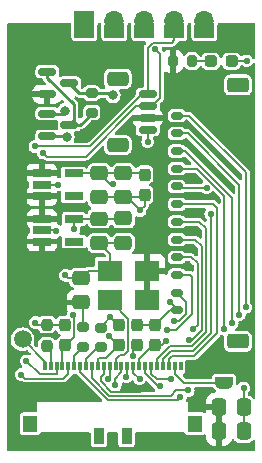
<source format=gbr>
%TF.GenerationSoftware,KiCad,Pcbnew,7.0.1*%
%TF.CreationDate,2024-03-13T19:30:42-07:00*%
%TF.ProjectId,camera_v1,63616d65-7261-45f7-9631-2e6b69636164,rev?*%
%TF.SameCoordinates,Original*%
%TF.FileFunction,Copper,L1,Top*%
%TF.FilePolarity,Positive*%
%FSLAX46Y46*%
G04 Gerber Fmt 4.6, Leading zero omitted, Abs format (unit mm)*
G04 Created by KiCad (PCBNEW 7.0.1) date 2024-03-13 19:30:42*
%MOMM*%
%LPD*%
G01*
G04 APERTURE LIST*
G04 Aperture macros list*
%AMRoundRect*
0 Rectangle with rounded corners*
0 $1 Rounding radius*
0 $2 $3 $4 $5 $6 $7 $8 $9 X,Y pos of 4 corners*
0 Add a 4 corners polygon primitive as box body*
4,1,4,$2,$3,$4,$5,$6,$7,$8,$9,$2,$3,0*
0 Add four circle primitives for the rounded corners*
1,1,$1+$1,$2,$3*
1,1,$1+$1,$4,$5*
1,1,$1+$1,$6,$7*
1,1,$1+$1,$8,$9*
0 Add four rect primitives between the rounded corners*
20,1,$1+$1,$2,$3,$4,$5,0*
20,1,$1+$1,$4,$5,$6,$7,0*
20,1,$1+$1,$6,$7,$8,$9,0*
20,1,$1+$1,$8,$9,$2,$3,0*%
%AMFreePoly0*
4,1,19,0.500000,-0.750000,0.000000,-0.750000,0.000000,-0.744911,-0.071157,-0.744911,-0.207708,-0.704816,-0.327430,-0.627875,-0.420627,-0.520320,-0.479746,-0.390866,-0.500000,-0.250000,-0.500000,0.250000,-0.479746,0.390866,-0.420627,0.520320,-0.327430,0.627875,-0.207708,0.704816,-0.071157,0.744911,0.000000,0.744911,0.000000,0.750000,0.500000,0.750000,0.500000,-0.750000,0.500000,-0.750000,
$1*%
%AMFreePoly1*
4,1,19,0.000000,0.744911,0.071157,0.744911,0.207708,0.704816,0.327430,0.627875,0.420627,0.520320,0.479746,0.390866,0.500000,0.250000,0.500000,-0.250000,0.479746,-0.390866,0.420627,-0.520320,0.327430,-0.627875,0.207708,-0.704816,0.071157,-0.744911,0.000000,-0.744911,0.000000,-0.750000,-0.500000,-0.750000,-0.500000,0.750000,0.000000,0.750000,0.000000,0.744911,0.000000,0.744911,
$1*%
G04 Aperture macros list end*
%TA.AperFunction,ComponentPad*%
%ADD10R,1.700000X1.700000*%
%TD*%
%TA.AperFunction,ComponentPad*%
%ADD11O,1.700000X1.700000*%
%TD*%
%TA.AperFunction,SMDPad,CuDef*%
%ADD12RoundRect,0.200000X-0.275000X0.200000X-0.275000X-0.200000X0.275000X-0.200000X0.275000X0.200000X0*%
%TD*%
%TA.AperFunction,SMDPad,CuDef*%
%ADD13RoundRect,0.150000X-0.587500X-0.150000X0.587500X-0.150000X0.587500X0.150000X-0.587500X0.150000X0*%
%TD*%
%TA.AperFunction,SMDPad,CuDef*%
%ADD14RoundRect,0.250000X-0.475000X0.337500X-0.475000X-0.337500X0.475000X-0.337500X0.475000X0.337500X0*%
%TD*%
%TA.AperFunction,SMDPad,CuDef*%
%ADD15R,2.100000X1.800000*%
%TD*%
%TA.AperFunction,SMDPad,CuDef*%
%ADD16FreePoly0,90.000000*%
%TD*%
%TA.AperFunction,SMDPad,CuDef*%
%ADD17FreePoly1,90.000000*%
%TD*%
%TA.AperFunction,SMDPad,CuDef*%
%ADD18RoundRect,0.237500X-0.237500X0.300000X-0.237500X-0.300000X0.237500X-0.300000X0.237500X0.300000X0*%
%TD*%
%TA.AperFunction,SMDPad,CuDef*%
%ADD19RoundRect,0.250000X0.475000X-0.337500X0.475000X0.337500X-0.475000X0.337500X-0.475000X-0.337500X0*%
%TD*%
%TA.AperFunction,SMDPad,CuDef*%
%ADD20RoundRect,0.237500X0.237500X-0.300000X0.237500X0.300000X-0.237500X0.300000X-0.237500X-0.300000X0*%
%TD*%
%TA.AperFunction,SMDPad,CuDef*%
%ADD21RoundRect,0.250000X-0.337500X-0.475000X0.337500X-0.475000X0.337500X0.475000X-0.337500X0.475000X0*%
%TD*%
%TA.AperFunction,SMDPad,CuDef*%
%ADD22RoundRect,0.150000X0.350000X-0.150000X0.350000X0.150000X-0.350000X0.150000X-0.350000X-0.150000X0*%
%TD*%
%TA.AperFunction,SMDPad,CuDef*%
%ADD23RoundRect,0.250000X0.650000X-0.375000X0.650000X0.375000X-0.650000X0.375000X-0.650000X-0.375000X0*%
%TD*%
%TA.AperFunction,SMDPad,CuDef*%
%ADD24RoundRect,0.200000X0.275000X-0.200000X0.275000X0.200000X-0.275000X0.200000X-0.275000X-0.200000X0*%
%TD*%
%TA.AperFunction,SMDPad,CuDef*%
%ADD25R,1.560000X0.650000*%
%TD*%
%TA.AperFunction,SMDPad,CuDef*%
%ADD26RoundRect,0.237500X-0.237500X0.250000X-0.237500X-0.250000X0.237500X-0.250000X0.237500X0.250000X0*%
%TD*%
%TA.AperFunction,SMDPad,CuDef*%
%ADD27C,1.500000*%
%TD*%
%TA.AperFunction,SMDPad,CuDef*%
%ADD28RoundRect,0.237500X0.287500X0.237500X-0.287500X0.237500X-0.287500X-0.237500X0.287500X-0.237500X0*%
%TD*%
%TA.AperFunction,SMDPad,CuDef*%
%ADD29R,0.300000X0.800000*%
%TD*%
%TA.AperFunction,SMDPad,CuDef*%
%ADD30R,1.220000X1.400000*%
%TD*%
%TA.AperFunction,SMDPad,CuDef*%
%ADD31R,0.850000X1.400000*%
%TD*%
%TA.AperFunction,SMDPad,CuDef*%
%ADD32RoundRect,0.150000X0.625000X-0.150000X0.625000X0.150000X-0.625000X0.150000X-0.625000X-0.150000X0*%
%TD*%
%TA.AperFunction,SMDPad,CuDef*%
%ADD33RoundRect,0.250000X0.650000X-0.350000X0.650000X0.350000X-0.650000X0.350000X-0.650000X-0.350000X0*%
%TD*%
%TA.AperFunction,SMDPad,CuDef*%
%ADD34RoundRect,0.200000X-0.200000X-0.275000X0.200000X-0.275000X0.200000X0.275000X-0.200000X0.275000X0*%
%TD*%
%TA.AperFunction,ViaPad*%
%ADD35C,0.800000*%
%TD*%
%TA.AperFunction,ViaPad*%
%ADD36C,0.560000*%
%TD*%
%TA.AperFunction,Conductor*%
%ADD37C,0.152400*%
%TD*%
%TA.AperFunction,Conductor*%
%ADD38C,0.250000*%
%TD*%
G04 APERTURE END LIST*
D10*
%TO.P,J2,1,Pin_1*%
%TO.N,GND*%
X153690000Y-105660000D03*
D11*
%TO.P,J2,2,Pin_2*%
%TO.N,pwr_ctrl*%
X156230000Y-105660000D03*
%TO.P,J2,3,Pin_3*%
%TO.N,SDA1*%
X158770000Y-105660000D03*
%TO.P,J2,4,Pin_4*%
%TO.N,SCL1*%
X161310000Y-105660000D03*
%TO.P,J2,5,Pin_5*%
%TO.N,pwr_in*%
X163850000Y-105660000D03*
%TD*%
D12*
%TO.P,R1,1*%
%TO.N,pwr_in*%
X154300000Y-111755000D03*
%TO.P,R1,2*%
%TO.N,Net-(Q1-G)*%
X154300000Y-113405000D03*
%TD*%
D13*
%TO.P,Q2,1,G*%
%TO.N,pwr_ctrl*%
X150530000Y-113500000D03*
%TO.P,Q2,2,S*%
%TO.N,GND*%
X150530000Y-115400000D03*
%TO.P,Q2,3,D*%
%TO.N,Net-(Q1-G)*%
X152405000Y-114450000D03*
%TD*%
%TO.P,Q1,1,G*%
%TO.N,Net-(Q1-G)*%
X150530000Y-109960000D03*
%TO.P,Q1,2,S*%
%TO.N,+3V3*%
X150530000Y-111860000D03*
%TO.P,Q1,3,D*%
%TO.N,pwr_in*%
X152405000Y-110910000D03*
%TD*%
D14*
%TO.P,C2,1,1*%
%TO.N,1.5V*%
X154950000Y-118522500D03*
%TO.P,C2,2,2*%
%TO.N,GND*%
X154950000Y-120597500D03*
%TD*%
D15*
%TO.P,OSC1,1,INH*%
%TO.N,+3V3*%
X158960000Y-126820000D03*
%TO.P,OSC1,2,GND*%
%TO.N,GND*%
X155860000Y-126820000D03*
%TO.P,OSC1,3,OUT*%
%TO.N,Net-(OSC1-OUT)*%
X155860000Y-129320000D03*
%TO.P,OSC1,4,VCC*%
%TO.N,+3V3*%
X158960000Y-129320000D03*
%TD*%
D16*
%TO.P,JP1,1,A*%
%TO.N,Net-(JP1-A)*%
X165500000Y-136290000D03*
D17*
%TO.P,JP1,2,B*%
%TO.N,+3V3*%
X165500000Y-134990000D03*
%TD*%
D18*
%TO.P,C1,1,1*%
%TO.N,1.5V*%
X158790000Y-118660000D03*
%TO.P,C1,2,2*%
%TO.N,GND*%
X158790000Y-120385000D03*
%TD*%
D19*
%TO.P,C6,1,1*%
%TO.N,+3V3*%
X153400000Y-129487500D03*
%TO.P,C6,2,2*%
%TO.N,GND*%
X153400000Y-127412500D03*
%TD*%
D20*
%TO.P,C12,1,1*%
%TO.N,VBUS_RESET {slash} PC*%
X159700000Y-133122500D03*
%TO.P,C12,2,2*%
%TO.N,GND*%
X159700000Y-131397500D03*
%TD*%
D21*
%TO.P,C4,1,1*%
%TO.N,+3V3*%
X165095000Y-140390000D03*
%TO.P,C4,2,2*%
%TO.N,GND*%
X167170000Y-140390000D03*
%TD*%
D22*
%TO.P,J7,1,Pin_1*%
%TO.N,GND*%
X161510000Y-130165000D03*
%TO.P,J7,2,Pin_2*%
%TO.N,D9*%
X161510000Y-128665000D03*
%TO.P,J7,3,Pin_3*%
%TO.N,D8*%
X161510000Y-127165000D03*
%TO.P,J7,4,Pin_4*%
%TO.N,ENABLE_BURN {slash} D7*%
X161510000Y-125665000D03*
%TO.P,J7,5,Pin_5*%
%TO.N,D6*%
X161510000Y-124165000D03*
%TO.P,J7,6,Pin_6*%
%TO.N,D5*%
X161510000Y-122665000D03*
%TO.P,J7,7,Pin_7*%
%TO.N,D4*%
X161510000Y-121165000D03*
%TO.P,J7,8,Pin_8*%
%TO.N,ENAB_RF {slash} D3*%
X161510000Y-119665000D03*
%TO.P,J7,9,Pin_9*%
%TO.N,I2C_RESET {slash} D2*%
X161510000Y-118165000D03*
%TO.P,J7,10,Pin_10*%
%TO.N,VBUS_RESET {slash} PC*%
X161510000Y-116665000D03*
%TO.P,J7,11,Pin_11*%
%TO.N,BURN_RELAY_A {slash} VS*%
X161510000Y-115165000D03*
%TO.P,J7,12,Pin_12*%
%TO.N,HS*%
X161510000Y-113665000D03*
D23*
%TO.P,J7,MP*%
%TO.N,N/C*%
X166700000Y-132770000D03*
X166700000Y-111060000D03*
%TD*%
D24*
%TO.P,R7,1*%
%TO.N,Net-(X1-PWDN)*%
X155110000Y-133260000D03*
%TO.P,R7,2*%
%TO.N,GND*%
X155110000Y-131610000D03*
%TD*%
D25*
%TO.P,U3,1,IN*%
%TO.N,+3V3*%
X150100000Y-122427500D03*
%TO.P,U3,2,GND*%
%TO.N,GND*%
X150100000Y-123377500D03*
%TO.P,U3,3,EN*%
%TO.N,+3V3*%
X150100000Y-124327500D03*
%TO.P,U3,4,P4*%
%TO.N,unconnected-(U3-P4-Pad4)*%
X152800000Y-124327500D03*
%TO.P,U3,5,OUT*%
%TO.N,2.8V*%
X152800000Y-122427500D03*
%TD*%
D20*
%TO.P,C9,1,1*%
%TO.N,+3V3*%
X158170000Y-133122500D03*
%TO.P,C9,2,2*%
%TO.N,GND*%
X158170000Y-131397500D03*
%TD*%
D25*
%TO.P,U2,1,IN*%
%TO.N,+3V3*%
X150070000Y-118562500D03*
%TO.P,U2,2,GND*%
%TO.N,GND*%
X150070000Y-119512500D03*
%TO.P,U2,3,EN*%
%TO.N,+3V3*%
X150070000Y-120462500D03*
%TO.P,U2,4,P4*%
%TO.N,unconnected-(U2-P4-Pad4)*%
X152770000Y-120462500D03*
%TO.P,U2,5,OUT*%
%TO.N,1.5V*%
X152770000Y-118562500D03*
%TD*%
D26*
%TO.P,FB1,1,P$1*%
%TO.N,GND*%
X150510000Y-131355000D03*
%TO.P,FB1,2,P$2*%
%TO.N,AGND*%
X150510000Y-133180000D03*
%TD*%
D20*
%TO.P,C11,1,1*%
%TO.N,2.8V*%
X152040000Y-133130000D03*
%TO.P,C11,2,2*%
%TO.N,GND*%
X152040000Y-131405000D03*
%TD*%
D14*
%TO.P,C3,1,1*%
%TO.N,1.5V*%
X157000000Y-118515000D03*
%TO.P,C3,2,2*%
%TO.N,GND*%
X157000000Y-120590000D03*
%TD*%
%TO.P,C7,1,1*%
%TO.N,2.8V*%
X157000000Y-122370000D03*
%TO.P,C7,2,2*%
%TO.N,GND*%
X157000000Y-124445000D03*
%TD*%
D27*
%TO.P,J1,1,Pin_1*%
%TO.N,Net-(J1-Pin_1)*%
X148450000Y-132610000D03*
%TD*%
D20*
%TO.P,C10,1,1*%
%TO.N,1.5V*%
X156640000Y-133120000D03*
%TO.P,C10,2,2*%
%TO.N,GND*%
X156640000Y-131395000D03*
%TD*%
D28*
%TO.P,D1,1,K*%
%TO.N,GND*%
X166150000Y-109060000D03*
%TO.P,D1,2,A*%
%TO.N,Net-(D1-A)*%
X164400000Y-109060000D03*
%TD*%
D29*
%TO.P,X1,1,STROBE*%
%TO.N,Net-(J1-Pin_1)*%
X150330000Y-134900000D03*
%TO.P,X1,2,AGND*%
%TO.N,AGND*%
X150830000Y-134900000D03*
%TO.P,X1,3,SDA*%
%TO.N,SDA1*%
X151330000Y-134900000D03*
%TO.P,X1,4,AVDD*%
%TO.N,2.8V*%
X151830000Y-134900000D03*
%TO.P,X1,5,SCL*%
%TO.N,SCL1*%
X152330000Y-134900000D03*
%TO.P,X1,6,~{RESET}*%
%TO.N,Net-(X1-~{RESET})*%
X152830000Y-134900000D03*
%TO.P,X1,7,VSYNC*%
%TO.N,BURN_RELAY_A {slash} VS*%
X153330000Y-134900000D03*
%TO.P,X1,8,PWDN*%
%TO.N,Net-(X1-PWDN)*%
X153830000Y-134900000D03*
%TO.P,X1,9,HSYNC*%
%TO.N,HS*%
X154330000Y-134900000D03*
%TO.P,X1,10,DVDD*%
%TO.N,1.5V*%
X154830000Y-134900000D03*
%TO.P,X1,11,DOVDD*%
%TO.N,+3V3*%
X155330000Y-134900000D03*
%TO.P,X1,12,DATA9*%
%TO.N,D9*%
X155830000Y-134900000D03*
%TO.P,X1,13,XCLK*%
%TO.N,Net-(OSC1-OUT)*%
X156330000Y-134900000D03*
%TO.P,X1,14,DATA8*%
%TO.N,D8*%
X156830000Y-134900000D03*
%TO.P,X1,15,DGND*%
%TO.N,GND*%
X157330000Y-134900000D03*
%TO.P,X1,16,DATA7*%
%TO.N,ENABLE_BURN {slash} D7*%
X157830000Y-134900000D03*
%TO.P,X1,17,PCLK*%
%TO.N,VBUS_RESET {slash} PC*%
X158330000Y-134900000D03*
%TO.P,X1,18,DATA6*%
%TO.N,D6*%
X158830000Y-134900000D03*
%TO.P,X1,19,DATA2*%
%TO.N,I2C_RESET {slash} D2*%
X159330000Y-134900000D03*
%TO.P,X1,20,DATA5*%
%TO.N,D5*%
X159830000Y-134900000D03*
%TO.P,X1,21,DATA3*%
%TO.N,ENAB_RF {slash} D3*%
X160330000Y-134900000D03*
%TO.P,X1,22,DATA4*%
%TO.N,D4*%
X160830000Y-134900000D03*
%TO.P,X1,23,DATA1*%
%TO.N,Net-(JP1-A)*%
X161330000Y-134900000D03*
%TO.P,X1,24,DATA0*%
%TO.N,unconnected-(X1-DATA0-Pad24)*%
X161830000Y-134900000D03*
D30*
%TO.P,X1,MP*%
%TO.N,N/C*%
X149090000Y-139750000D03*
D31*
X154905000Y-140760000D03*
X157255000Y-140760000D03*
D30*
X163070000Y-139750000D03*
%TD*%
D14*
%TO.P,C8,1,1*%
%TO.N,2.8V*%
X154950000Y-122380000D03*
%TO.P,C8,2,2*%
%TO.N,GND*%
X154950000Y-124455000D03*
%TD*%
D32*
%TO.P,J8,1,Pin_1*%
%TO.N,GND*%
X159050000Y-114857500D03*
%TO.P,J8,2,Pin_2*%
%TO.N,+3V3*%
X159050000Y-113857500D03*
%TO.P,J8,3,Pin_3*%
%TO.N,SDA1*%
X159050000Y-112857500D03*
%TO.P,J8,4,Pin_4*%
%TO.N,SCL1*%
X159050000Y-111857500D03*
D33*
%TO.P,J8,MP*%
%TO.N,N/C*%
X156525000Y-116157500D03*
X156525000Y-110557500D03*
%TD*%
D34*
%TO.P,R5,1*%
%TO.N,+3V3*%
X161170000Y-109050000D03*
%TO.P,R5,2*%
%TO.N,Net-(D1-A)*%
X162820000Y-109050000D03*
%TD*%
D12*
%TO.P,R6,1*%
%TO.N,+3V3*%
X153570000Y-131605000D03*
%TO.P,R6,2*%
%TO.N,Net-(X1-~{RESET})*%
X153570000Y-133255000D03*
%TD*%
D21*
%TO.P,C5,1,1*%
%TO.N,+3V3*%
X165095000Y-138340000D03*
%TO.P,C5,2,2*%
%TO.N,GND*%
X167170000Y-138340000D03*
%TD*%
D35*
%TO.N,pwr_ctrl*%
X152050000Y-113250000D03*
%TO.N,GND*%
X152200000Y-115500000D03*
%TO.N,pwr_in*%
X156100000Y-111950000D03*
D36*
%TO.N,1.5V*%
X155814936Y-132336190D03*
X156100000Y-119420000D03*
%TO.N,+3V3*%
X153660000Y-137080000D03*
X158720000Y-136720000D03*
X157800000Y-134020498D03*
X163050000Y-138140000D03*
%TO.N,2.8V*%
X152721871Y-130542306D03*
X152790000Y-123300000D03*
%TO.N,VBUS_RESET {slash} PC*%
X166200000Y-131220000D03*
X160559894Y-132787623D03*
%TO.N,D9*%
X155662080Y-135956200D03*
X161260000Y-131050000D03*
%TO.N,D8*%
X160725819Y-131835819D03*
X156310000Y-136476482D03*
%TO.N,GND*%
X157244300Y-135782512D03*
X155900000Y-130730000D03*
X152080000Y-127190000D03*
X158400000Y-121690000D03*
X151450000Y-119510000D03*
X159060000Y-115880000D03*
X151290000Y-123420000D03*
X167180000Y-136720000D03*
X149540000Y-131190000D03*
X167440000Y-109020000D03*
X160930000Y-129440000D03*
%TO.N,ENABLE_BURN {slash} D7*%
X162880000Y-131749500D03*
X158355700Y-135950000D03*
%TO.N,D6*%
X162532876Y-132652876D03*
X160120000Y-136554840D03*
%TO.N,ENAB_RF {slash} D3*%
X164030000Y-119780000D03*
X164384300Y-122000027D03*
%TO.N,I2C_RESET {slash} D2*%
X165550000Y-131750000D03*
X161040860Y-135999140D03*
%TO.N,BURN_RELAY_A {slash} VS*%
X161810000Y-137520000D03*
X166800000Y-130510000D03*
%TO.N,HS*%
X162490000Y-136930000D03*
X167355700Y-129900000D03*
%TO.N,SDA1*%
X159692940Y-108052940D03*
X148760000Y-134430000D03*
X150200000Y-116835700D03*
%TO.N,SCL1*%
X148355000Y-135595000D03*
X149500000Y-116280000D03*
%TD*%
D37*
%TO.N,SCL1*%
X158582473Y-111857500D02*
X159050000Y-111857500D01*
X154159973Y-116280000D02*
X158582473Y-111857500D01*
X149500000Y-116280000D02*
X154159973Y-116280000D01*
%TO.N,SDA1*%
X150504300Y-117140000D02*
X153798341Y-117140000D01*
X150200000Y-116835700D02*
X150504300Y-117140000D01*
X153798341Y-117140000D02*
X158080841Y-112857500D01*
X158080841Y-112857500D02*
X159050000Y-112857500D01*
%TO.N,SCL1*%
X152330000Y-135502400D02*
X152330000Y-134900000D01*
X151903800Y-135928600D02*
X152330000Y-135502400D01*
X148355000Y-135595000D02*
X148688600Y-135928600D01*
X148688600Y-135928600D02*
X151903800Y-135928600D01*
D38*
%TO.N,pwr_ctrl*%
X151800000Y-113500000D02*
X152050000Y-113250000D01*
X150530000Y-113500000D02*
X151800000Y-113500000D01*
%TO.N,Net-(Q1-G)*%
X152800000Y-114055000D02*
X152405000Y-114450000D01*
X152800000Y-112720749D02*
X152800000Y-114055000D01*
X150530000Y-110450749D02*
X152800000Y-112720749D01*
X150530000Y-109960000D02*
X150530000Y-110450749D01*
%TO.N,GND*%
X152100000Y-115400000D02*
X152200000Y-115500000D01*
X150530000Y-115400000D02*
X152100000Y-115400000D01*
%TO.N,pwr_in*%
X155905000Y-111755000D02*
X156100000Y-111950000D01*
X154300000Y-111755000D02*
X155905000Y-111755000D01*
X153250000Y-111755000D02*
X152405000Y-110910000D01*
X154300000Y-111755000D02*
X153250000Y-111755000D01*
%TO.N,Net-(Q1-G)*%
X153350000Y-114450000D02*
X152405000Y-114450000D01*
X154300000Y-113405000D02*
X154300000Y-113500000D01*
X154300000Y-113500000D02*
X153350000Y-114450000D01*
D37*
%TO.N,1.5V*%
X156640000Y-133120000D02*
X155536200Y-134223800D01*
X156640000Y-133120000D02*
X156598746Y-133120000D01*
X158692500Y-118562500D02*
X152770000Y-118562500D01*
X158790000Y-118660000D02*
X158692500Y-118562500D01*
X155847500Y-119420000D02*
X154950000Y-118522500D01*
X154830000Y-134297600D02*
X154830000Y-134900000D01*
X155536200Y-134223800D02*
X154903800Y-134223800D01*
X156100000Y-119420000D02*
X155847500Y-119420000D01*
X156598746Y-133120000D02*
X155814936Y-132336190D01*
X154903800Y-134223800D02*
X154830000Y-134297600D01*
%TO.N,+3V3*%
X155952182Y-137032182D02*
X155060000Y-136140000D01*
X155330000Y-135502400D02*
X155330000Y-134900000D01*
X158720000Y-136720000D02*
X158407818Y-137032182D01*
X155060000Y-136140000D02*
X155060000Y-135772400D01*
X163250000Y-138340000D02*
X163050000Y-138140000D01*
X157800000Y-134020498D02*
X157800000Y-133492500D01*
X155060000Y-135772400D02*
X155330000Y-135502400D01*
X158960000Y-129320000D02*
X158960000Y-126820000D01*
X165095000Y-138340000D02*
X163250000Y-138340000D01*
X153570000Y-129657500D02*
X153400000Y-129487500D01*
X158407818Y-137032182D02*
X155952182Y-137032182D01*
X157800000Y-133492500D02*
X158170000Y-133122500D01*
X153570000Y-131605000D02*
X153570000Y-129657500D01*
%TO.N,2.8V*%
X157000000Y-122370000D02*
X156942500Y-122427500D01*
X156942500Y-122427500D02*
X152800000Y-122427500D01*
X152791200Y-130611635D02*
X152721871Y-130542306D01*
X152040000Y-133130000D02*
X151830000Y-133340000D01*
X152040000Y-133130000D02*
X152791200Y-132378800D01*
X152790000Y-123300000D02*
X152790000Y-122437500D01*
X152791200Y-132378800D02*
X152791200Y-130611635D01*
X152790000Y-122437500D02*
X152800000Y-122427500D01*
X151830000Y-133340000D02*
X151830000Y-134900000D01*
%TO.N,VBUS_RESET {slash} PC*%
X160225017Y-133122500D02*
X160559894Y-132787623D01*
X159700000Y-133122500D02*
X160225017Y-133122500D01*
X159505100Y-133122500D02*
X159700000Y-133122500D01*
X166200000Y-120665046D02*
X162199954Y-116665000D01*
X166200000Y-131220000D02*
X166200000Y-120665046D01*
X158330000Y-134900000D02*
X158330000Y-134297600D01*
X162199954Y-116665000D02*
X161510000Y-116665000D01*
X158330000Y-134297600D02*
X159505100Y-133122500D01*
%TO.N,AGND*%
X150510000Y-133180000D02*
X150830000Y-133500000D01*
X150830000Y-133500000D02*
X150830000Y-134900000D01*
%TO.N,Net-(J1-Pin_1)*%
X148450000Y-132610000D02*
X150330000Y-134490000D01*
X150330000Y-134490000D02*
X150330000Y-134900000D01*
%TO.N,D9*%
X161727738Y-131050000D02*
X162286200Y-130491538D01*
X161260000Y-131050000D02*
X161727738Y-131050000D01*
X162286200Y-129441200D02*
X161510000Y-128665000D01*
X162286200Y-130491538D02*
X162286200Y-129441200D01*
X155662080Y-135956200D02*
X155830000Y-135788280D01*
X155830000Y-135788280D02*
X155830000Y-134900000D01*
%TO.N,D8*%
X161440287Y-131835819D02*
X162800000Y-130476106D01*
X162800000Y-127340000D02*
X162625000Y-127165000D01*
X156830000Y-135410226D02*
X156830000Y-134900000D01*
X156310000Y-135930226D02*
X156830000Y-135410226D01*
X162625000Y-127165000D02*
X161510000Y-127165000D01*
X162800000Y-130476106D02*
X162800000Y-127340000D01*
X160725819Y-131835819D02*
X161440287Y-131835819D01*
X156310000Y-136476482D02*
X156310000Y-135930226D01*
%TO.N,GND*%
X167170000Y-140390000D02*
X167170000Y-138340000D01*
X161510000Y-130020000D02*
X160930000Y-129440000D01*
X159700000Y-131397500D02*
X158170000Y-131397500D01*
X149705000Y-131355000D02*
X149540000Y-131190000D01*
X155860000Y-125365000D02*
X154950000Y-124455000D01*
X150510000Y-131355000D02*
X149705000Y-131355000D01*
X157330000Y-135696812D02*
X157330000Y-134900000D01*
X155325000Y-131305000D02*
X155325000Y-131395000D01*
X154950000Y-120597500D02*
X158577500Y-120597500D01*
X161510000Y-130165000D02*
X161510000Y-130020000D01*
X154950000Y-124455000D02*
X156990000Y-124455000D01*
X167400000Y-109060000D02*
X167440000Y-109020000D01*
X155860000Y-126820000D02*
X155860000Y-125365000D01*
X151247500Y-123377500D02*
X151290000Y-123420000D01*
X155325000Y-131395000D02*
X155110000Y-131610000D01*
X155860000Y-126820000D02*
X153992500Y-126820000D01*
X155900000Y-130730000D02*
X155325000Y-131305000D01*
X157244300Y-135782512D02*
X157330000Y-135696812D01*
X159050000Y-115870000D02*
X159060000Y-115880000D01*
X158577500Y-120597500D02*
X158790000Y-120385000D01*
X153992500Y-126820000D02*
X153400000Y-127412500D01*
X166150000Y-109060000D02*
X167400000Y-109060000D01*
X167170000Y-138340000D02*
X167170000Y-136730000D01*
X161510000Y-130165000D02*
X160932500Y-130165000D01*
X158790000Y-120385000D02*
X158790000Y-121300000D01*
X152302500Y-127412500D02*
X152080000Y-127190000D01*
X167170000Y-136730000D02*
X167180000Y-136720000D01*
X159050000Y-114857500D02*
X159050000Y-115870000D01*
X150560000Y-131405000D02*
X150510000Y-131355000D01*
X158790000Y-121300000D02*
X158400000Y-121690000D01*
X156565000Y-131395000D02*
X156640000Y-131395000D01*
X152040000Y-131405000D02*
X150560000Y-131405000D01*
X160932500Y-130165000D02*
X159700000Y-131397500D01*
X156990000Y-124455000D02*
X157000000Y-124445000D01*
X150100000Y-123377500D02*
X151247500Y-123377500D01*
X150070000Y-119512500D02*
X151447500Y-119512500D01*
X157000000Y-120590000D02*
X157300000Y-120590000D01*
X157300000Y-120590000D02*
X158400000Y-121690000D01*
X155900000Y-130730000D02*
X156565000Y-131395000D01*
X153400000Y-127412500D02*
X152302500Y-127412500D01*
X151447500Y-119512500D02*
X151450000Y-119510000D01*
%TO.N,ENABLE_BURN {slash} D7*%
X157830000Y-134900000D02*
X157830000Y-135424300D01*
X162755000Y-125665000D02*
X161510000Y-125665000D01*
X162880500Y-131749500D02*
X163275200Y-131354800D01*
X157830000Y-135424300D02*
X158355700Y-135950000D01*
X163275200Y-126185200D02*
X162755000Y-125665000D01*
X163275200Y-131354800D02*
X163275200Y-126185200D01*
X162880000Y-131749500D02*
X162880500Y-131749500D01*
%TO.N,D6*%
X158830000Y-135500768D02*
X159884072Y-136554840D01*
X162532876Y-132652876D02*
X162820388Y-132652876D01*
X163082600Y-124165000D02*
X161510000Y-124165000D01*
X162820388Y-132652876D02*
X163627600Y-131845664D01*
X158830000Y-134900000D02*
X158830000Y-135500768D01*
X163627600Y-124710000D02*
X163082600Y-124165000D01*
X163627600Y-131845664D02*
X163627600Y-124710000D01*
X159884072Y-136554840D02*
X160120000Y-136554840D01*
%TO.N,D5*%
X163980000Y-131991632D02*
X163980000Y-123210000D01*
X163435000Y-122665000D02*
X161510000Y-122665000D01*
X160920048Y-133210816D02*
X162760816Y-133210816D01*
X159830000Y-134300864D02*
X160920048Y-133210816D01*
X159830000Y-134900000D02*
X159830000Y-134300864D01*
X163980000Y-123210000D02*
X163435000Y-122665000D01*
X162760816Y-133210816D02*
X163980000Y-131991632D01*
%TO.N,D4*%
X164940000Y-132050000D02*
X164940000Y-121500000D01*
X160830000Y-134900000D02*
X160830000Y-134297600D01*
X162970000Y-134020000D02*
X164940000Y-132050000D01*
X160830000Y-134297600D02*
X161107600Y-134020000D01*
X164605000Y-121165000D02*
X161510000Y-121165000D01*
X164940000Y-121500000D02*
X164605000Y-121165000D01*
X161107600Y-134020000D02*
X162970000Y-134020000D01*
%TO.N,ENAB_RF {slash} D3*%
X164384300Y-132085700D02*
X164384300Y-122000027D01*
X164030000Y-119780000D02*
X161625000Y-119780000D01*
X160330000Y-134299232D02*
X161019232Y-133610000D01*
X161625000Y-119780000D02*
X161510000Y-119665000D01*
X161019232Y-133610000D02*
X162860000Y-133610000D01*
X160330000Y-134900000D02*
X160330000Y-134299232D01*
X162860000Y-133610000D02*
X164384300Y-132085700D01*
%TO.N,I2C_RESET {slash} D2*%
X165550000Y-120513414D02*
X163201586Y-118165000D01*
X165550000Y-131750000D02*
X165550000Y-120513414D01*
X159330000Y-135502400D02*
X159826740Y-135999140D01*
X163201586Y-118165000D02*
X161510000Y-118165000D01*
X159330000Y-134900000D02*
X159330000Y-135502400D01*
X159826740Y-135999140D02*
X161040860Y-135999140D01*
%TO.N,BURN_RELAY_A {slash} VS*%
X166800000Y-119520000D02*
X162445000Y-115165000D01*
X161593018Y-137736982D02*
X161810000Y-137520000D01*
X153330000Y-134900000D02*
X153330000Y-135406737D01*
X155660245Y-137736982D02*
X161593018Y-137736982D01*
X166800000Y-130510000D02*
X166800000Y-119520000D01*
X153330000Y-135406737D02*
X155660245Y-137736982D01*
X162445000Y-115165000D02*
X161510000Y-115165000D01*
%TO.N,HS*%
X167355700Y-118475700D02*
X162545000Y-113665000D01*
X154330000Y-134900000D02*
X154330000Y-135908368D01*
X167355700Y-129900000D02*
X167355700Y-118475700D01*
X161450000Y-136930000D02*
X162490000Y-136930000D01*
X160995418Y-137384582D02*
X161450000Y-136930000D01*
X155806214Y-137384582D02*
X160995418Y-137384582D01*
X154330000Y-135908368D02*
X155806214Y-137384582D01*
X162545000Y-113665000D02*
X161510000Y-113665000D01*
%TO.N,Net-(JP1-A)*%
X165500000Y-136290000D02*
X162117600Y-136290000D01*
X162117600Y-136290000D02*
X161330000Y-135502400D01*
X161330000Y-135502400D02*
X161330000Y-134900000D01*
%TO.N,Net-(OSC1-OUT)*%
X156677600Y-133950000D02*
X157073982Y-133950000D01*
X157391200Y-133632782D02*
X157391200Y-130851200D01*
X157073982Y-133950000D02*
X157391200Y-133632782D01*
X156330000Y-134297600D02*
X156677600Y-133950000D01*
X156330000Y-134900000D02*
X156330000Y-134297600D01*
X157391200Y-130851200D02*
X155860000Y-129320000D01*
%TO.N,Net-(X1-~{RESET})*%
X153570000Y-133255000D02*
X152830000Y-133995000D01*
X152830000Y-133995000D02*
X152830000Y-134900000D01*
%TO.N,Net-(X1-PWDN)*%
X153830000Y-134297600D02*
X153830000Y-134900000D01*
X154867600Y-133260000D02*
X153830000Y-134297600D01*
X155110000Y-133260000D02*
X154867600Y-133260000D01*
%TO.N,SDA1*%
X148760000Y-134430000D02*
X149906200Y-135576200D01*
X151256200Y-135576200D02*
X151330000Y-135502400D01*
X151330000Y-135502400D02*
X151330000Y-134900000D01*
X159050000Y-112857500D02*
X159427738Y-112857500D01*
X160120000Y-108480000D02*
X159692940Y-108052940D01*
X149906200Y-135576200D02*
X151256200Y-135576200D01*
X160120000Y-112165238D02*
X160120000Y-108480000D01*
X159427738Y-112857500D02*
X160120000Y-112165238D01*
%TO.N,SCL1*%
X161113260Y-107496740D02*
X161310000Y-107300000D01*
X161310000Y-107300000D02*
X161310000Y-105853200D01*
X159050000Y-111857500D02*
X159050000Y-107909294D01*
X159050000Y-107909294D02*
X159462554Y-107496740D01*
X159462554Y-107496740D02*
X161113260Y-107496740D01*
%TO.N,Net-(D1-A)*%
X164390000Y-109050000D02*
X164400000Y-109060000D01*
X162820000Y-109050000D02*
X164390000Y-109050000D01*
%TD*%
%TA.AperFunction,Conductor*%
%TO.N,+3V3*%
G36*
X152518500Y-105867113D02*
G01*
X152563887Y-105912500D01*
X152580500Y-105974500D01*
X152580500Y-107006001D01*
X152589341Y-107073162D01*
X152589342Y-107073164D01*
X152605955Y-107135164D01*
X152631880Y-107197750D01*
X152673119Y-107251494D01*
X152718506Y-107296881D01*
X152772250Y-107338120D01*
X152834836Y-107364045D01*
X152896836Y-107380658D01*
X152930417Y-107385078D01*
X152963999Y-107389500D01*
X152964000Y-107389500D01*
X154416000Y-107389500D01*
X154416001Y-107389500D01*
X154438388Y-107386552D01*
X154483164Y-107380658D01*
X154545164Y-107364045D01*
X154607750Y-107338120D01*
X154661494Y-107296881D01*
X154706881Y-107251494D01*
X154748120Y-107197750D01*
X154774045Y-107135164D01*
X154790658Y-107073164D01*
X154799500Y-107006000D01*
X154799500Y-105974500D01*
X154799500Y-105974499D01*
X154816113Y-105912500D01*
X154861500Y-105867113D01*
X154923500Y-105850500D01*
X154996500Y-105850500D01*
X155058500Y-105867113D01*
X155103887Y-105912500D01*
X155120500Y-105974500D01*
X155120500Y-107006001D01*
X155129341Y-107073162D01*
X155129342Y-107073164D01*
X155145955Y-107135164D01*
X155171880Y-107197750D01*
X155213119Y-107251494D01*
X155258506Y-107296881D01*
X155312250Y-107338120D01*
X155374836Y-107364045D01*
X155436836Y-107380658D01*
X155470417Y-107385078D01*
X155503999Y-107389500D01*
X155504000Y-107389500D01*
X156956000Y-107389500D01*
X156956001Y-107389500D01*
X156978388Y-107386552D01*
X157023164Y-107380658D01*
X157085164Y-107364045D01*
X157147750Y-107338120D01*
X157201494Y-107296881D01*
X157246881Y-107251494D01*
X157288120Y-107197750D01*
X157314045Y-107135164D01*
X157330658Y-107073164D01*
X157339500Y-107006000D01*
X157339500Y-105974500D01*
X157339500Y-105974499D01*
X157356113Y-105912500D01*
X157401500Y-105867113D01*
X157463500Y-105850500D01*
X157536500Y-105850500D01*
X157598500Y-105867113D01*
X157643887Y-105912500D01*
X157660500Y-105974500D01*
X157660500Y-107006001D01*
X157669341Y-107073162D01*
X157669342Y-107073164D01*
X157685955Y-107135164D01*
X157711880Y-107197750D01*
X157753119Y-107251494D01*
X157798506Y-107296881D01*
X157852250Y-107338120D01*
X157914836Y-107364045D01*
X157976836Y-107380658D01*
X158010417Y-107385078D01*
X158043999Y-107389500D01*
X158044000Y-107389500D01*
X158802751Y-107389500D01*
X158859046Y-107403015D01*
X158903069Y-107440615D01*
X158925224Y-107494103D01*
X158920682Y-107551819D01*
X158890433Y-107601180D01*
X158831275Y-107660337D01*
X158830205Y-107661408D01*
X158822234Y-107668712D01*
X158792760Y-107693445D01*
X158773528Y-107726753D01*
X158767721Y-107735868D01*
X158745126Y-107768139D01*
X158734610Y-107793526D01*
X158727770Y-107832320D01*
X158725429Y-107842880D01*
X158715475Y-107880026D01*
X158718828Y-107918341D01*
X158719300Y-107929149D01*
X158719300Y-111179000D01*
X158702687Y-111241000D01*
X158657300Y-111286387D01*
X158595300Y-111303000D01*
X158393164Y-111303000D01*
X158298443Y-111318001D01*
X158184277Y-111376173D01*
X158093673Y-111466777D01*
X158035501Y-111580943D01*
X158020500Y-111675664D01*
X158020500Y-111900431D01*
X158011061Y-111947884D01*
X157984181Y-111988112D01*
X154059312Y-115912981D01*
X154019084Y-115939861D01*
X153971631Y-115949300D01*
X152909235Y-115949300D01*
X152851609Y-115935096D01*
X152807185Y-115895740D01*
X152786139Y-115840246D01*
X152793292Y-115781330D01*
X152840149Y-115657782D01*
X152859307Y-115500000D01*
X152840149Y-115342218D01*
X152783787Y-115193605D01*
X152778448Y-115179527D01*
X152780501Y-115178748D01*
X152765746Y-115135983D01*
X152779725Y-115070872D01*
X152825371Y-115022382D01*
X152889520Y-115004500D01*
X153024336Y-115004500D01*
X153119056Y-114989498D01*
X153205990Y-114945202D01*
X153233223Y-114931326D01*
X153298729Y-114865819D01*
X153338958Y-114838939D01*
X153371514Y-114832463D01*
X153371302Y-114831192D01*
X153381438Y-114829500D01*
X153381443Y-114829500D01*
X153402245Y-114826028D01*
X153407215Y-114825304D01*
X153459783Y-114818752D01*
X153459785Y-114818750D01*
X153467548Y-114817783D01*
X153468042Y-114817625D01*
X153474924Y-114813900D01*
X153474927Y-114813900D01*
X153521481Y-114788705D01*
X153525966Y-114786396D01*
X153573568Y-114763126D01*
X153573570Y-114763123D01*
X153580606Y-114759684D01*
X153581009Y-114759384D01*
X153604517Y-114733847D01*
X153622166Y-114714674D01*
X153625667Y-114711025D01*
X154240875Y-114095817D01*
X154281103Y-114068938D01*
X154328556Y-114059499D01*
X154629747Y-114059499D01*
X154629748Y-114059499D01*
X154660451Y-114056621D01*
X154789773Y-114011369D01*
X154900010Y-113930010D01*
X154981369Y-113819773D01*
X155026621Y-113690451D01*
X155029500Y-113659749D01*
X155029499Y-113150252D01*
X155026621Y-113119549D01*
X154981369Y-112990227D01*
X154981368Y-112990225D01*
X154900010Y-112879989D01*
X154789773Y-112798631D01*
X154660448Y-112753378D01*
X154629752Y-112750500D01*
X153970253Y-112750500D01*
X153939550Y-112753378D01*
X153810225Y-112798631D01*
X153699989Y-112879989D01*
X153618631Y-112990226D01*
X153573378Y-113119551D01*
X153570500Y-113150247D01*
X153570500Y-113641442D01*
X153561061Y-113688895D01*
X153534182Y-113729122D01*
X153391179Y-113872125D01*
X153341818Y-113902374D01*
X153284102Y-113906916D01*
X153230615Y-113884761D01*
X153193015Y-113840738D01*
X153179500Y-113784443D01*
X153179500Y-112772969D01*
X153182139Y-112747523D01*
X153182373Y-112746405D01*
X153184419Y-112736649D01*
X153180452Y-112704825D01*
X153179500Y-112689488D01*
X153179500Y-112689309D01*
X153179500Y-112689306D01*
X153176034Y-112668538D01*
X153175299Y-112663490D01*
X153174864Y-112660000D01*
X153168752Y-112610967D01*
X153168751Y-112610966D01*
X153167783Y-112603196D01*
X153167627Y-112602710D01*
X153163900Y-112595823D01*
X153163900Y-112595822D01*
X153138699Y-112549256D01*
X153136375Y-112544739D01*
X153109692Y-112490156D01*
X153109376Y-112489733D01*
X153103619Y-112484433D01*
X153064676Y-112448583D01*
X153061003Y-112445058D01*
X152866119Y-112250174D01*
X152834714Y-112197055D01*
X152832801Y-112135377D01*
X152860854Y-112080413D01*
X152911925Y-112045778D01*
X152973367Y-112040046D01*
X153029962Y-112064640D01*
X153073044Y-112098172D01*
X153073530Y-112098422D01*
X153081017Y-112100650D01*
X153081020Y-112100653D01*
X153131747Y-112115754D01*
X153136582Y-112117303D01*
X153186673Y-112134500D01*
X153186674Y-112134500D01*
X153194064Y-112137037D01*
X153194593Y-112137114D01*
X153202408Y-112136790D01*
X153202409Y-112136791D01*
X153255248Y-112134605D01*
X153260371Y-112134500D01*
X153530001Y-112134500D01*
X153585883Y-112147806D01*
X153629769Y-112184864D01*
X153671286Y-112241118D01*
X153699990Y-112280011D01*
X153779448Y-112338653D01*
X153810227Y-112361369D01*
X153939549Y-112406621D01*
X153970251Y-112409500D01*
X154629748Y-112409499D01*
X154660451Y-112406621D01*
X154789773Y-112361369D01*
X154882568Y-112292883D01*
X154900009Y-112280011D01*
X154907250Y-112270200D01*
X154970230Y-112184864D01*
X155014117Y-112147806D01*
X155069999Y-112134500D01*
X155384393Y-112134500D01*
X155432997Y-112144422D01*
X155473822Y-112172602D01*
X155500335Y-112214529D01*
X155516212Y-112256394D01*
X155516213Y-112256395D01*
X155606502Y-112387201D01*
X155671809Y-112445058D01*
X155725472Y-112492600D01*
X155866205Y-112566462D01*
X155866207Y-112566463D01*
X156020529Y-112604500D01*
X156179470Y-112604500D01*
X156179471Y-112604500D01*
X156333793Y-112566463D01*
X156474529Y-112492599D01*
X156593498Y-112387201D01*
X156683787Y-112256395D01*
X156740149Y-112107782D01*
X156759307Y-111950000D01*
X156740149Y-111792218D01*
X156683787Y-111643605D01*
X156658132Y-111606438D01*
X156636409Y-111543486D01*
X156650386Y-111478374D01*
X156696033Y-111429882D01*
X156760183Y-111411999D01*
X157223251Y-111411999D01*
X157223254Y-111411999D01*
X157283342Y-111405540D01*
X157419267Y-111354842D01*
X157535404Y-111267904D01*
X157622342Y-111151767D01*
X157673040Y-111015842D01*
X157679500Y-110955755D01*
X157679499Y-110159246D01*
X157673040Y-110099158D01*
X157622342Y-109963233D01*
X157535404Y-109847096D01*
X157419267Y-109760158D01*
X157419264Y-109760157D01*
X157419263Y-109760156D01*
X157283345Y-109709460D01*
X157257590Y-109706691D01*
X157223255Y-109703000D01*
X157223251Y-109703000D01*
X155826748Y-109703000D01*
X155766657Y-109709460D01*
X155766658Y-109709460D01*
X155630733Y-109760158D01*
X155514596Y-109847096D01*
X155444385Y-109940889D01*
X155427656Y-109963236D01*
X155376960Y-110099154D01*
X155370500Y-110159248D01*
X155370500Y-110955751D01*
X155376075Y-111007612D01*
X155376960Y-111015842D01*
X155427657Y-111151763D01*
X155427659Y-111151769D01*
X155446689Y-111177190D01*
X155470929Y-111240448D01*
X155458306Y-111307005D01*
X155412589Y-111356995D01*
X155347422Y-111375500D01*
X155069999Y-111375500D01*
X155014117Y-111362194D01*
X154970230Y-111325135D01*
X154908136Y-111241000D01*
X154900009Y-111229988D01*
X154789773Y-111148631D01*
X154660448Y-111103378D01*
X154629752Y-111100500D01*
X153970253Y-111100500D01*
X153939550Y-111103378D01*
X153810225Y-111148631D01*
X153699990Y-111229988D01*
X153672008Y-111267904D01*
X153629769Y-111325135D01*
X153585883Y-111362194D01*
X153530001Y-111375500D01*
X153488075Y-111375500D01*
X153427486Y-111359689D01*
X153382347Y-111316289D01*
X153364171Y-111256367D01*
X153377591Y-111195204D01*
X153379062Y-111192317D01*
X153381998Y-111186555D01*
X153394326Y-111108717D01*
X153397000Y-111091836D01*
X153397000Y-110728164D01*
X153381998Y-110633443D01*
X153323826Y-110519277D01*
X153233222Y-110428673D01*
X153119056Y-110370501D01*
X153024336Y-110355500D01*
X153024334Y-110355500D01*
X151785666Y-110355500D01*
X151785664Y-110355500D01*
X151690945Y-110370501D01*
X151684609Y-110373730D01*
X151618585Y-110386862D01*
X151555430Y-110363561D01*
X151513755Y-110310696D01*
X151505843Y-110243846D01*
X151522000Y-110141836D01*
X151522000Y-109778164D01*
X151506998Y-109683443D01*
X151448826Y-109569277D01*
X151358222Y-109478673D01*
X151244056Y-109420501D01*
X151149336Y-109405500D01*
X151149334Y-109405500D01*
X149910666Y-109405500D01*
X149910664Y-109405500D01*
X149815943Y-109420501D01*
X149701777Y-109478673D01*
X149611173Y-109569277D01*
X149553001Y-109683443D01*
X149538000Y-109778164D01*
X149538000Y-110141836D01*
X149553001Y-110236556D01*
X149611173Y-110350722D01*
X149701777Y-110441326D01*
X149815943Y-110499498D01*
X149910664Y-110514500D01*
X149910666Y-110514500D01*
X150059106Y-110514500D01*
X150122581Y-110531978D01*
X150168159Y-110579481D01*
X150191292Y-110622227D01*
X150193624Y-110626759D01*
X150220307Y-110681340D01*
X150220627Y-110681769D01*
X150265296Y-110722889D01*
X150268995Y-110726438D01*
X150390876Y-110848319D01*
X150421126Y-110897682D01*
X150425668Y-110955398D01*
X150403513Y-111008885D01*
X150359490Y-111046485D01*
X150303195Y-111060000D01*
X149876861Y-111060000D01*
X149840006Y-111062900D01*
X149682302Y-111108717D01*
X149540942Y-111192317D01*
X149424817Y-111308442D01*
X149341219Y-111449799D01*
X149295400Y-111607511D01*
X149295204Y-111609999D01*
X149295205Y-111610000D01*
X150656000Y-111610000D01*
X150718000Y-111626613D01*
X150763387Y-111672000D01*
X150780000Y-111734000D01*
X150780000Y-112660000D01*
X151183139Y-112660000D01*
X151219993Y-112657099D01*
X151377695Y-112611283D01*
X151485016Y-112547813D01*
X151526028Y-112535655D01*
X151544164Y-112502574D01*
X151635185Y-112411553D01*
X151672329Y-112348746D01*
X151710982Y-112308226D01*
X151763519Y-112288844D01*
X151819227Y-112294551D01*
X151866742Y-112324185D01*
X151949467Y-112406910D01*
X151981721Y-112463101D01*
X151981232Y-112527889D01*
X151948133Y-112583586D01*
X151891462Y-112614988D01*
X151816205Y-112633537D01*
X151689470Y-112700053D01*
X151658434Y-112706323D01*
X151630366Y-112747359D01*
X151556504Y-112812795D01*
X151461429Y-112950535D01*
X151417446Y-112989658D01*
X151360378Y-113004090D01*
X151303084Y-112990579D01*
X151244053Y-112960501D01*
X151149336Y-112945500D01*
X151149334Y-112945500D01*
X149910666Y-112945500D01*
X149910664Y-112945500D01*
X149815943Y-112960501D01*
X149701777Y-113018673D01*
X149611173Y-113109277D01*
X149553001Y-113223443D01*
X149538000Y-113318164D01*
X149538000Y-113681836D01*
X149553001Y-113776556D01*
X149611173Y-113890722D01*
X149701777Y-113981326D01*
X149815943Y-114039498D01*
X149910664Y-114054500D01*
X149910666Y-114054500D01*
X151149334Y-114054500D01*
X151149336Y-114054500D01*
X151187222Y-114048499D01*
X151244055Y-114039498D01*
X151250387Y-114036271D01*
X151316409Y-114023137D01*
X151379566Y-114046435D01*
X151421243Y-114099301D01*
X151429157Y-114166152D01*
X151413000Y-114268169D01*
X151413000Y-114631838D01*
X151429156Y-114733847D01*
X151421244Y-114800697D01*
X151379568Y-114853562D01*
X151316412Y-114876862D01*
X151250388Y-114863729D01*
X151244053Y-114860501D01*
X151149336Y-114845500D01*
X151149334Y-114845500D01*
X149910666Y-114845500D01*
X149910664Y-114845500D01*
X149815943Y-114860501D01*
X149701777Y-114918673D01*
X149611173Y-115009277D01*
X149553001Y-115123443D01*
X149538000Y-115218164D01*
X149538000Y-115581836D01*
X149541988Y-115607016D01*
X149534887Y-115671860D01*
X149495857Y-115724127D01*
X149435701Y-115749353D01*
X149360467Y-115759258D01*
X149230444Y-115813114D01*
X149118789Y-115898789D01*
X149033114Y-116010444D01*
X148979258Y-116140467D01*
X148960887Y-116279999D01*
X148979258Y-116419532D01*
X149033114Y-116549555D01*
X149118789Y-116661210D01*
X149164348Y-116696168D01*
X149230444Y-116746885D01*
X149360468Y-116800742D01*
X149500000Y-116819112D01*
X149533061Y-116814759D01*
X149596697Y-116823136D01*
X149647621Y-116862210D01*
X149672185Y-116921511D01*
X149679258Y-116975232D01*
X149733114Y-117105255D01*
X149818789Y-117216910D01*
X149930443Y-117302584D01*
X149930444Y-117302585D01*
X150060468Y-117356442D01*
X150200000Y-117374812D01*
X150200002Y-117374811D01*
X150202223Y-117375104D01*
X150239038Y-117376309D01*
X150276848Y-117390540D01*
X150288450Y-117397238D01*
X150288451Y-117397239D01*
X150321755Y-117416467D01*
X150330870Y-117422273D01*
X150362384Y-117444340D01*
X150362385Y-117444340D01*
X150363155Y-117444879D01*
X150388527Y-117455388D01*
X150389447Y-117455550D01*
X150389449Y-117455551D01*
X150402104Y-117457782D01*
X150427333Y-117462231D01*
X150437895Y-117464572D01*
X150475033Y-117474524D01*
X150513348Y-117471171D01*
X150524155Y-117470700D01*
X153778486Y-117470700D01*
X153789292Y-117471171D01*
X153827608Y-117474524D01*
X153864762Y-117464567D01*
X153875305Y-117462230D01*
X153913192Y-117455551D01*
X153913193Y-117455549D01*
X153914118Y-117455387D01*
X153939488Y-117444877D01*
X153940253Y-117444340D01*
X153940257Y-117444340D01*
X153971767Y-117422275D01*
X153980885Y-117416467D01*
X154014190Y-117397239D01*
X154038927Y-117367756D01*
X154046214Y-117359805D01*
X155158821Y-116247198D01*
X155208182Y-116216950D01*
X155265898Y-116212408D01*
X155319385Y-116234563D01*
X155356985Y-116278586D01*
X155370500Y-116334880D01*
X155370500Y-116555751D01*
X155376075Y-116607612D01*
X155376960Y-116615842D01*
X155427658Y-116751767D01*
X155514596Y-116867904D01*
X155630733Y-116954842D01*
X155630736Y-116954843D01*
X155766654Y-117005539D01*
X155766655Y-117005539D01*
X155766658Y-117005540D01*
X155826745Y-117012000D01*
X157223254Y-117011999D01*
X157283342Y-117005540D01*
X157419267Y-116954842D01*
X157535404Y-116867904D01*
X157622342Y-116751767D01*
X157673040Y-116615842D01*
X157679500Y-116555755D01*
X157679499Y-115759246D01*
X157673040Y-115699158D01*
X157622342Y-115563233D01*
X157535404Y-115447096D01*
X157419267Y-115360158D01*
X157419264Y-115360157D01*
X157419263Y-115360156D01*
X157283345Y-115309460D01*
X157253298Y-115306229D01*
X157223255Y-115303000D01*
X157223252Y-115303000D01*
X156402382Y-115303000D01*
X156346087Y-115289485D01*
X156302064Y-115251885D01*
X156279909Y-115198398D01*
X156284451Y-115140682D01*
X156314701Y-115091319D01*
X157298521Y-114107500D01*
X157777704Y-114107500D01*
X157777900Y-114109988D01*
X157823719Y-114267700D01*
X157907317Y-114409057D01*
X157996801Y-114498541D01*
X158027051Y-114547903D01*
X158031594Y-114605619D01*
X158020501Y-114675664D01*
X158020500Y-114675669D01*
X158020500Y-115039336D01*
X158035501Y-115134056D01*
X158093673Y-115248222D01*
X158184277Y-115338826D01*
X158298443Y-115396998D01*
X158393164Y-115412000D01*
X158393166Y-115412000D01*
X158493939Y-115412000D01*
X158559419Y-115430699D01*
X158605151Y-115481156D01*
X158617342Y-115548154D01*
X158598782Y-115595120D01*
X158599362Y-115595361D01*
X158539258Y-115740467D01*
X158520887Y-115880000D01*
X158539258Y-116019532D01*
X158593114Y-116149555D01*
X158678789Y-116261210D01*
X158769059Y-116330476D01*
X158790444Y-116346885D01*
X158920468Y-116400742D01*
X159060000Y-116419112D01*
X159199532Y-116400742D01*
X159329556Y-116346885D01*
X159441210Y-116261210D01*
X159526885Y-116149556D01*
X159580742Y-116019532D01*
X159599112Y-115880000D01*
X159580742Y-115740468D01*
X159526885Y-115610444D01*
X159520638Y-115595361D01*
X159521217Y-115595120D01*
X159502658Y-115548154D01*
X159514849Y-115481156D01*
X159560581Y-115430699D01*
X159626061Y-115412000D01*
X159706836Y-115412000D01*
X159801556Y-115396998D01*
X159873861Y-115360156D01*
X159915723Y-115338826D01*
X160006326Y-115248223D01*
X160041726Y-115178748D01*
X160064498Y-115134056D01*
X160079500Y-115039336D01*
X160079500Y-114675664D01*
X160068406Y-114605620D01*
X160072948Y-114547904D01*
X160103198Y-114498540D01*
X160192684Y-114409054D01*
X160276280Y-114267700D01*
X160322099Y-114109988D01*
X160322295Y-114107500D01*
X157777704Y-114107500D01*
X157298521Y-114107500D01*
X157762202Y-113643819D01*
X157802430Y-113616939D01*
X157849883Y-113607500D01*
X160322295Y-113607500D01*
X160322295Y-113607499D01*
X160322099Y-113605011D01*
X160276280Y-113447299D01*
X160192684Y-113305945D01*
X160103198Y-113216460D01*
X160072948Y-113167096D01*
X160068406Y-113109380D01*
X160079500Y-113039336D01*
X160079500Y-112724779D01*
X160088939Y-112677326D01*
X160115819Y-112637098D01*
X160225235Y-112527682D01*
X160339806Y-112413110D01*
X160347756Y-112405824D01*
X160377239Y-112381087D01*
X160396470Y-112347775D01*
X160402266Y-112338676D01*
X160424340Y-112307155D01*
X160424341Y-112307150D01*
X160424880Y-112306381D01*
X160435388Y-112281015D01*
X160442231Y-112242204D01*
X160444569Y-112231652D01*
X160454524Y-112194505D01*
X160451171Y-112156189D01*
X160450700Y-112145383D01*
X160450700Y-111483251D01*
X165545500Y-111483251D01*
X165548677Y-111512799D01*
X165551960Y-111543342D01*
X165602658Y-111679267D01*
X165689596Y-111795404D01*
X165805733Y-111882342D01*
X165805736Y-111882343D01*
X165941654Y-111933039D01*
X165941655Y-111933039D01*
X165941658Y-111933040D01*
X166001745Y-111939500D01*
X167398254Y-111939499D01*
X167458342Y-111933040D01*
X167594267Y-111882342D01*
X167710404Y-111795404D01*
X167797342Y-111679267D01*
X167848040Y-111543342D01*
X167854500Y-111483255D01*
X167854499Y-110636746D01*
X167848040Y-110576658D01*
X167797342Y-110440733D01*
X167710404Y-110324596D01*
X167594267Y-110237658D01*
X167594264Y-110237657D01*
X167594263Y-110237656D01*
X167458345Y-110186960D01*
X167432590Y-110184191D01*
X167398255Y-110180500D01*
X167398251Y-110180500D01*
X166001748Y-110180500D01*
X165941658Y-110186960D01*
X165805733Y-110237658D01*
X165689596Y-110324596D01*
X165602656Y-110440736D01*
X165551960Y-110576654D01*
X165551960Y-110576658D01*
X165546822Y-110624454D01*
X165545500Y-110636748D01*
X165545500Y-111483251D01*
X160450700Y-111483251D01*
X160450700Y-110048895D01*
X160467626Y-109986355D01*
X160513785Y-109940889D01*
X160576573Y-109924909D01*
X160638850Y-109942778D01*
X160680603Y-109968019D01*
X160842893Y-110018590D01*
X160913424Y-110025000D01*
X160920000Y-110025000D01*
X160920000Y-108075001D01*
X160918413Y-108073414D01*
X160914192Y-108074931D01*
X160842895Y-108081408D01*
X160680602Y-108131981D01*
X160535124Y-108219925D01*
X160519382Y-108235667D01*
X160467264Y-108266774D01*
X160406626Y-108269420D01*
X160351997Y-108242970D01*
X160347770Y-108239423D01*
X160339796Y-108232116D01*
X160266981Y-108159301D01*
X160237242Y-108111476D01*
X160231724Y-108055429D01*
X160232052Y-108052940D01*
X160220819Y-107967625D01*
X160231377Y-107899035D01*
X160277134Y-107846859D01*
X160343759Y-107827440D01*
X160902973Y-107827440D01*
X160936023Y-107836029D01*
X160971801Y-107827440D01*
X161093405Y-107827440D01*
X161104211Y-107827911D01*
X161142527Y-107831264D01*
X161179681Y-107821307D01*
X161190224Y-107818970D01*
X161228111Y-107812291D01*
X161228112Y-107812289D01*
X161229037Y-107812127D01*
X161254407Y-107801617D01*
X161255172Y-107801080D01*
X161255176Y-107801080D01*
X161286686Y-107779015D01*
X161295804Y-107773207D01*
X161329109Y-107753979D01*
X161353846Y-107724496D01*
X161361133Y-107716545D01*
X161529806Y-107547872D01*
X161537756Y-107540586D01*
X161567239Y-107515849D01*
X161586470Y-107482537D01*
X161592270Y-107473433D01*
X161614022Y-107442370D01*
X161658339Y-107403509D01*
X161715593Y-107389500D01*
X162036001Y-107389500D01*
X162058388Y-107386552D01*
X162103164Y-107380658D01*
X162165164Y-107364045D01*
X162227750Y-107338120D01*
X162281494Y-107296881D01*
X162326881Y-107251494D01*
X162368120Y-107197750D01*
X162394045Y-107135164D01*
X162410658Y-107073164D01*
X162419500Y-107006000D01*
X162419500Y-105974500D01*
X162419500Y-105974499D01*
X162436113Y-105912500D01*
X162481500Y-105867113D01*
X162543500Y-105850500D01*
X162616500Y-105850500D01*
X162678500Y-105867113D01*
X162723887Y-105912500D01*
X162740500Y-105974500D01*
X162740500Y-107006001D01*
X162749341Y-107073162D01*
X162749342Y-107073164D01*
X162765955Y-107135164D01*
X162791880Y-107197750D01*
X162833119Y-107251494D01*
X162878506Y-107296881D01*
X162932250Y-107338120D01*
X162994836Y-107364045D01*
X163056836Y-107380658D01*
X163090417Y-107385078D01*
X163123999Y-107389500D01*
X163124000Y-107389500D01*
X164576000Y-107389500D01*
X164576001Y-107389500D01*
X164598388Y-107386552D01*
X164643164Y-107380658D01*
X164705164Y-107364045D01*
X164767750Y-107338120D01*
X164821494Y-107296881D01*
X164866881Y-107251494D01*
X164908120Y-107197750D01*
X164934045Y-107135164D01*
X164950658Y-107073164D01*
X164959500Y-107006000D01*
X164959500Y-105974500D01*
X164959500Y-105974499D01*
X164976113Y-105912500D01*
X165021500Y-105867113D01*
X165083500Y-105850500D01*
X168035500Y-105850500D01*
X168097500Y-105867113D01*
X168142887Y-105912500D01*
X168159500Y-105974500D01*
X168159500Y-108736921D01*
X168141227Y-108801711D01*
X168091794Y-108847406D01*
X168025771Y-108860539D01*
X167962614Y-108837239D01*
X167920939Y-108784373D01*
X167906885Y-108750444D01*
X167821210Y-108638789D01*
X167709555Y-108553114D01*
X167579532Y-108499258D01*
X167440000Y-108480887D01*
X167300467Y-108499258D01*
X167170444Y-108553114D01*
X167063793Y-108634950D01*
X167011412Y-108658402D01*
X166954082Y-108655757D01*
X166904083Y-108627581D01*
X166884564Y-108598465D01*
X166884442Y-108598557D01*
X166788974Y-108471025D01*
X166675714Y-108386241D01*
X166543161Y-108336800D01*
X166513857Y-108333650D01*
X166484557Y-108330500D01*
X166484553Y-108330500D01*
X165815445Y-108330500D01*
X165756843Y-108336800D01*
X165624282Y-108386243D01*
X165511025Y-108471025D01*
X165426241Y-108584284D01*
X165391180Y-108678285D01*
X165357530Y-108727495D01*
X165304805Y-108755314D01*
X165245191Y-108755314D01*
X165192466Y-108727494D01*
X165158818Y-108678285D01*
X165123758Y-108584285D01*
X165123351Y-108583741D01*
X165038974Y-108471025D01*
X164925714Y-108386241D01*
X164793161Y-108336800D01*
X164763857Y-108333650D01*
X164734557Y-108330500D01*
X164734553Y-108330500D01*
X164065445Y-108330500D01*
X164006843Y-108336800D01*
X163874282Y-108386243D01*
X163761025Y-108471025D01*
X163676242Y-108584284D01*
X163671565Y-108596824D01*
X163637538Y-108646369D01*
X163584208Y-108674092D01*
X163524105Y-108673479D01*
X163471352Y-108644674D01*
X163438343Y-108594444D01*
X163426370Y-108560228D01*
X163345010Y-108449989D01*
X163234773Y-108368631D01*
X163125804Y-108330501D01*
X163105451Y-108323379D01*
X163105450Y-108323378D01*
X163105448Y-108323378D01*
X163074752Y-108320500D01*
X162565253Y-108320500D01*
X162534550Y-108323378D01*
X162405225Y-108368631D01*
X162294990Y-108449988D01*
X162234265Y-108532268D01*
X162180956Y-108573600D01*
X162113899Y-108580911D01*
X162052937Y-108552037D01*
X162016109Y-108495522D01*
X162013017Y-108485600D01*
X161925074Y-108340124D01*
X161804875Y-108219925D01*
X161659396Y-108131980D01*
X161497106Y-108081409D01*
X161426576Y-108075000D01*
X161420000Y-108075000D01*
X161420000Y-110024999D01*
X161426579Y-110024999D01*
X161497104Y-110018591D01*
X161659397Y-109968018D01*
X161804875Y-109880074D01*
X161925074Y-109759875D01*
X162013017Y-109614399D01*
X162016109Y-109604478D01*
X162052936Y-109547963D01*
X162113899Y-109519088D01*
X162180956Y-109526399D01*
X162234265Y-109567732D01*
X162294989Y-109650010D01*
X162376348Y-109710055D01*
X162405227Y-109731369D01*
X162534549Y-109776621D01*
X162565251Y-109779500D01*
X163074748Y-109779499D01*
X163105451Y-109776621D01*
X163234773Y-109731369D01*
X163345010Y-109650010D01*
X163426369Y-109539773D01*
X163434730Y-109515876D01*
X163467740Y-109465645D01*
X163520494Y-109436839D01*
X163580597Y-109436226D01*
X163633927Y-109463949D01*
X163667953Y-109513492D01*
X163676242Y-109535715D01*
X163676243Y-109535717D01*
X163761025Y-109648974D01*
X163874285Y-109733758D01*
X164006838Y-109783199D01*
X164006841Y-109783199D01*
X164006843Y-109783200D01*
X164065443Y-109789500D01*
X164734556Y-109789499D01*
X164793157Y-109783200D01*
X164925715Y-109733758D01*
X165038974Y-109648974D01*
X165123758Y-109535715D01*
X165158819Y-109441713D01*
X165192468Y-109392505D01*
X165245193Y-109364685D01*
X165304807Y-109364685D01*
X165357532Y-109392505D01*
X165391180Y-109441713D01*
X165426242Y-109535715D01*
X165426243Y-109535717D01*
X165511025Y-109648974D01*
X165624285Y-109733758D01*
X165756838Y-109783199D01*
X165756841Y-109783199D01*
X165756843Y-109783200D01*
X165815443Y-109789500D01*
X166484556Y-109789499D01*
X166543157Y-109783200D01*
X166675715Y-109733758D01*
X166788974Y-109648974D01*
X166873758Y-109535715D01*
X166895325Y-109477890D01*
X166927280Y-109430220D01*
X166977280Y-109402043D01*
X167034611Y-109399398D01*
X167086990Y-109422848D01*
X167170444Y-109486885D01*
X167300468Y-109540742D01*
X167440000Y-109559112D01*
X167579532Y-109540742D01*
X167709556Y-109486885D01*
X167821210Y-109401210D01*
X167906885Y-109289556D01*
X167920938Y-109255627D01*
X167962614Y-109202761D01*
X168025771Y-109179461D01*
X168091794Y-109192594D01*
X168141227Y-109238289D01*
X168159500Y-109303079D01*
X168159500Y-137521564D01*
X168144332Y-137580991D01*
X168102539Y-137625880D01*
X168044345Y-137645248D01*
X167983988Y-137634358D01*
X167936234Y-137595876D01*
X167867904Y-137504596D01*
X167751767Y-137417658D01*
X167751764Y-137417657D01*
X167751763Y-137417656D01*
X167615841Y-137366959D01*
X167611443Y-137366486D01*
X167555196Y-137345887D01*
X167515168Y-137301324D01*
X167500700Y-137243197D01*
X167500700Y-137208791D01*
X167513488Y-137153947D01*
X167549214Y-137110415D01*
X167550656Y-137109307D01*
X167561210Y-137101210D01*
X167646885Y-136989556D01*
X167700742Y-136859532D01*
X167719112Y-136720000D01*
X167700742Y-136580468D01*
X167646885Y-136450444D01*
X167625892Y-136423085D01*
X167561210Y-136338789D01*
X167449555Y-136253114D01*
X167319532Y-136199258D01*
X167180000Y-136180887D01*
X167040467Y-136199258D01*
X166910444Y-136253114D01*
X166798789Y-136338789D01*
X166731862Y-136426012D01*
X166683921Y-136463806D01*
X166623757Y-136474144D01*
X166565951Y-136454521D01*
X166524513Y-136409694D01*
X166509486Y-136350526D01*
X166509486Y-135789998D01*
X166489734Y-135690699D01*
X166433484Y-135606515D01*
X166349300Y-135550265D01*
X166250002Y-135530514D01*
X166250000Y-135530514D01*
X165813193Y-135530514D01*
X165795547Y-135529252D01*
X165786929Y-135528013D01*
X165713071Y-135528013D01*
X165704452Y-135529252D01*
X165686807Y-135530514D01*
X165313193Y-135530514D01*
X165295547Y-135529252D01*
X165286929Y-135528013D01*
X165213071Y-135528013D01*
X165204452Y-135529252D01*
X165186807Y-135530514D01*
X164749998Y-135530514D01*
X164650699Y-135550265D01*
X164566515Y-135606515D01*
X164510265Y-135690699D01*
X164490514Y-135789998D01*
X164490514Y-135835300D01*
X164473901Y-135897300D01*
X164428514Y-135942687D01*
X164366514Y-135959300D01*
X162305943Y-135959300D01*
X162258490Y-135949861D01*
X162218262Y-135922981D01*
X162130581Y-135835300D01*
X162039583Y-135744302D01*
X162006979Y-135686743D01*
X162008610Y-135620608D01*
X162044015Y-135564724D01*
X162060719Y-135556322D01*
X162058792Y-135553438D01*
X162163484Y-135483484D01*
X162182204Y-135455468D01*
X162219734Y-135399301D01*
X162234500Y-135325067D01*
X162234499Y-134474934D01*
X162234499Y-134474700D01*
X162251112Y-134412700D01*
X162296499Y-134367313D01*
X162358499Y-134350700D01*
X162950145Y-134350700D01*
X162960951Y-134351171D01*
X162999267Y-134354524D01*
X163036421Y-134344567D01*
X163046964Y-134342230D01*
X163084851Y-134335551D01*
X163084852Y-134335549D01*
X163085777Y-134335387D01*
X163111147Y-134324877D01*
X163111912Y-134324340D01*
X163111916Y-134324340D01*
X163143426Y-134302275D01*
X163152544Y-134296467D01*
X163162935Y-134290468D01*
X163185849Y-134277239D01*
X163210585Y-134247758D01*
X163217873Y-134239805D01*
X165159811Y-132297868D01*
X165167765Y-132290579D01*
X165197239Y-132265849D01*
X165197239Y-132265847D01*
X165206166Y-132258358D01*
X165267007Y-132230792D01*
X165333320Y-132238786D01*
X165410468Y-132270742D01*
X165437685Y-132274325D01*
X165492623Y-132295689D01*
X165531489Y-132340007D01*
X165545500Y-132397264D01*
X165545500Y-133193251D01*
X165549424Y-133229753D01*
X165551960Y-133253342D01*
X165602658Y-133389267D01*
X165689596Y-133505404D01*
X165805733Y-133592342D01*
X165805736Y-133592343D01*
X165941654Y-133643039D01*
X165941655Y-133643039D01*
X165941658Y-133643040D01*
X166001745Y-133649500D01*
X167398254Y-133649499D01*
X167458342Y-133643040D01*
X167594267Y-133592342D01*
X167710404Y-133505404D01*
X167797342Y-133389267D01*
X167848040Y-133253342D01*
X167854500Y-133193255D01*
X167854499Y-132346746D01*
X167848040Y-132286658D01*
X167797342Y-132150733D01*
X167710404Y-132034596D01*
X167594267Y-131947658D01*
X167594264Y-131947657D01*
X167594263Y-131947656D01*
X167458345Y-131896960D01*
X167428298Y-131893730D01*
X167398255Y-131890500D01*
X167398252Y-131890500D01*
X166569492Y-131890500D01*
X166510324Y-131875473D01*
X166465497Y-131834035D01*
X166445874Y-131776229D01*
X166456212Y-131716064D01*
X166494006Y-131668124D01*
X166581210Y-131601210D01*
X166604230Y-131571210D01*
X166666885Y-131489556D01*
X166720742Y-131359532D01*
X166739112Y-131220000D01*
X166734219Y-131182842D01*
X166742598Y-131119203D01*
X166781673Y-131068280D01*
X166840971Y-131043717D01*
X166939532Y-131030742D01*
X167069556Y-130976885D01*
X167181210Y-130891210D01*
X167266885Y-130779556D01*
X167320742Y-130649532D01*
X167335897Y-130534416D01*
X167354256Y-130483978D01*
X167392211Y-130446022D01*
X167442648Y-130427664D01*
X167495232Y-130420742D01*
X167625256Y-130366885D01*
X167736910Y-130281210D01*
X167822585Y-130169556D01*
X167876442Y-130039532D01*
X167894812Y-129900000D01*
X167876442Y-129760468D01*
X167822585Y-129630444D01*
X167815018Y-129620583D01*
X167736910Y-129518789D01*
X167734914Y-129517258D01*
X167699188Y-129473726D01*
X167686400Y-129418882D01*
X167686400Y-118495555D01*
X167686872Y-118484747D01*
X167690224Y-118446433D01*
X167680273Y-118409298D01*
X167677931Y-118398733D01*
X167671088Y-118359927D01*
X167660579Y-118334555D01*
X167660040Y-118333785D01*
X167660040Y-118333784D01*
X167637973Y-118302270D01*
X167632164Y-118293150D01*
X167612938Y-118259850D01*
X167583471Y-118235124D01*
X167575496Y-118227816D01*
X162792882Y-113445202D01*
X162785573Y-113437226D01*
X162760848Y-113407760D01*
X162727545Y-113388532D01*
X162718423Y-113382721D01*
X162686151Y-113360124D01*
X162660770Y-113349610D01*
X162621975Y-113342770D01*
X162611414Y-113340429D01*
X162574267Y-113330475D01*
X162538554Y-113333600D01*
X162535951Y-113333828D01*
X162525145Y-113334300D01*
X162297896Y-113334300D01*
X162233106Y-113316027D01*
X162206323Y-113287053D01*
X162205213Y-113288164D01*
X162100722Y-113183673D01*
X161986556Y-113125501D01*
X161891836Y-113110500D01*
X161891834Y-113110500D01*
X161128166Y-113110500D01*
X161128164Y-113110500D01*
X161033443Y-113125501D01*
X160919277Y-113183673D01*
X160828673Y-113274277D01*
X160770501Y-113388443D01*
X160755500Y-113483164D01*
X160755500Y-113846836D01*
X160770501Y-113941556D01*
X160828673Y-114055722D01*
X160919277Y-114146326D01*
X161033443Y-114204498D01*
X161128164Y-114219500D01*
X161128166Y-114219500D01*
X161891834Y-114219500D01*
X161891836Y-114219500D01*
X161986556Y-114204498D01*
X162047499Y-114173445D01*
X162100723Y-114146326D01*
X162191326Y-114055723D01*
X162191326Y-114055722D01*
X162205213Y-114041836D01*
X162206323Y-114042946D01*
X162233106Y-114013973D01*
X162297896Y-113995700D01*
X162356658Y-113995700D01*
X162404111Y-114005139D01*
X162444339Y-114032019D01*
X166988681Y-118576361D01*
X167015561Y-118616589D01*
X167025000Y-118664042D01*
X167025000Y-118977958D01*
X167011485Y-119034253D01*
X166973885Y-119078276D01*
X166920398Y-119100431D01*
X166862682Y-119095889D01*
X166813319Y-119065639D01*
X162692882Y-114945202D01*
X162685573Y-114937226D01*
X162680622Y-114931326D01*
X162660849Y-114907761D01*
X162660848Y-114907760D01*
X162627545Y-114888532D01*
X162618423Y-114882721D01*
X162586151Y-114860124D01*
X162560770Y-114849610D01*
X162521975Y-114842770D01*
X162511414Y-114840429D01*
X162474267Y-114830475D01*
X162438554Y-114833600D01*
X162435951Y-114833828D01*
X162425145Y-114834300D01*
X162297896Y-114834300D01*
X162233106Y-114816027D01*
X162206323Y-114787053D01*
X162205213Y-114788164D01*
X162100722Y-114683673D01*
X161986556Y-114625501D01*
X161891836Y-114610500D01*
X161891834Y-114610500D01*
X161128166Y-114610500D01*
X161128164Y-114610500D01*
X161033443Y-114625501D01*
X160919277Y-114683673D01*
X160828673Y-114774277D01*
X160770501Y-114888443D01*
X160755500Y-114983164D01*
X160755500Y-115346836D01*
X160770501Y-115441556D01*
X160828673Y-115555722D01*
X160919277Y-115646326D01*
X161033443Y-115704498D01*
X161128164Y-115719500D01*
X161128166Y-115719500D01*
X161891834Y-115719500D01*
X161891836Y-115719500D01*
X161986556Y-115704498D01*
X162050610Y-115671860D01*
X162100723Y-115646326D01*
X162191326Y-115555723D01*
X162191328Y-115555718D01*
X162192002Y-115555045D01*
X162247590Y-115522951D01*
X162311777Y-115522951D01*
X162367365Y-115555045D01*
X166432981Y-119620661D01*
X166459861Y-119660889D01*
X166469300Y-119708342D01*
X166469300Y-120167304D01*
X166455785Y-120223599D01*
X166418185Y-120267622D01*
X166364698Y-120289777D01*
X166306982Y-120285235D01*
X166257619Y-120254985D01*
X162447836Y-116445202D01*
X162440527Y-116437226D01*
X162425327Y-116419112D01*
X162415803Y-116407761D01*
X162415802Y-116407760D01*
X162382499Y-116388532D01*
X162373377Y-116382721D01*
X162341105Y-116360124D01*
X162315724Y-116349610D01*
X162282106Y-116343683D01*
X162229880Y-116321246D01*
X162193153Y-116277863D01*
X162191325Y-116274276D01*
X162100722Y-116183673D01*
X161986556Y-116125501D01*
X161891836Y-116110500D01*
X161891834Y-116110500D01*
X161128166Y-116110500D01*
X161128164Y-116110500D01*
X161033443Y-116125501D01*
X160919277Y-116183673D01*
X160828673Y-116274277D01*
X160770501Y-116388443D01*
X160755500Y-116483164D01*
X160755500Y-116846836D01*
X160770501Y-116941556D01*
X160828673Y-117055722D01*
X160919277Y-117146326D01*
X161033443Y-117204498D01*
X161128164Y-117219500D01*
X161128166Y-117219500D01*
X161891834Y-117219500D01*
X161891836Y-117219500D01*
X161954981Y-117209498D01*
X161986555Y-117204498D01*
X162095229Y-117149125D01*
X162145031Y-117135780D01*
X162195959Y-117143846D01*
X162239203Y-117171929D01*
X162689893Y-117622619D01*
X162720143Y-117671982D01*
X162724685Y-117729698D01*
X162702530Y-117783185D01*
X162658507Y-117820785D01*
X162602212Y-117834300D01*
X162297896Y-117834300D01*
X162233106Y-117816027D01*
X162206323Y-117787053D01*
X162205213Y-117788164D01*
X162100722Y-117683673D01*
X161986556Y-117625501D01*
X161891836Y-117610500D01*
X161891834Y-117610500D01*
X161128166Y-117610500D01*
X161128164Y-117610500D01*
X161033443Y-117625501D01*
X160919277Y-117683673D01*
X160828673Y-117774277D01*
X160770501Y-117888443D01*
X160755500Y-117983164D01*
X160755500Y-118346836D01*
X160770501Y-118441556D01*
X160828673Y-118555722D01*
X160919277Y-118646326D01*
X161033443Y-118704498D01*
X161128164Y-118719500D01*
X161128166Y-118719500D01*
X161891834Y-118719500D01*
X161891836Y-118719500D01*
X161986556Y-118704498D01*
X162043638Y-118675412D01*
X162100723Y-118646326D01*
X162191326Y-118555723D01*
X162191326Y-118555722D01*
X162205213Y-118541836D01*
X162206323Y-118542946D01*
X162233106Y-118513973D01*
X162297896Y-118495700D01*
X163013244Y-118495700D01*
X163060697Y-118505139D01*
X163100925Y-118532019D01*
X163729254Y-119160348D01*
X163762634Y-119221191D01*
X163758095Y-119290440D01*
X163717059Y-119346405D01*
X163648789Y-119398789D01*
X163647258Y-119400786D01*
X163603726Y-119436512D01*
X163548882Y-119449300D01*
X162356492Y-119449300D01*
X162291702Y-119431027D01*
X162246008Y-119381596D01*
X162191326Y-119274277D01*
X162100723Y-119183674D01*
X162100723Y-119183673D01*
X162100722Y-119183673D01*
X161986556Y-119125501D01*
X161891836Y-119110500D01*
X161891834Y-119110500D01*
X161128166Y-119110500D01*
X161128164Y-119110500D01*
X161033443Y-119125501D01*
X160919277Y-119183673D01*
X160828673Y-119274277D01*
X160770501Y-119388443D01*
X160755500Y-119483164D01*
X160755500Y-119846836D01*
X160770501Y-119941556D01*
X160828673Y-120055722D01*
X160919277Y-120146326D01*
X161033443Y-120204498D01*
X161128164Y-120219500D01*
X161128166Y-120219500D01*
X161891834Y-120219500D01*
X161891836Y-120219500D01*
X161986556Y-120204498D01*
X162034846Y-120179892D01*
X162100723Y-120146326D01*
X162100724Y-120146324D01*
X162102170Y-120145588D01*
X162140258Y-120120139D01*
X162187711Y-120110700D01*
X163548882Y-120110700D01*
X163603726Y-120123488D01*
X163647258Y-120159214D01*
X163648789Y-120161210D01*
X163724755Y-120219500D01*
X163760444Y-120246885D01*
X163890468Y-120300742D01*
X164030000Y-120319112D01*
X164169532Y-120300742D01*
X164299556Y-120246885D01*
X164411210Y-120161210D01*
X164463596Y-120092938D01*
X164519558Y-120051905D01*
X164588808Y-120047365D01*
X164649651Y-120080745D01*
X165182981Y-120614075D01*
X165209861Y-120654303D01*
X165219300Y-120701756D01*
X165219300Y-121012257D01*
X165205785Y-121068552D01*
X165168186Y-121112575D01*
X165114698Y-121134730D01*
X165056982Y-121130188D01*
X165007620Y-121099939D01*
X164852869Y-120945189D01*
X164845572Y-120937225D01*
X164833815Y-120923214D01*
X164820849Y-120907761D01*
X164820848Y-120907760D01*
X164787545Y-120888532D01*
X164778423Y-120882721D01*
X164746151Y-120860124D01*
X164720770Y-120849610D01*
X164681975Y-120842770D01*
X164671414Y-120840429D01*
X164634267Y-120830475D01*
X164598554Y-120833600D01*
X164595951Y-120833828D01*
X164585145Y-120834300D01*
X162297896Y-120834300D01*
X162233106Y-120816027D01*
X162206323Y-120787053D01*
X162205213Y-120788164D01*
X162100722Y-120683673D01*
X161986556Y-120625501D01*
X161891836Y-120610500D01*
X161891834Y-120610500D01*
X161128166Y-120610500D01*
X161128164Y-120610500D01*
X161033443Y-120625501D01*
X160919277Y-120683673D01*
X160828673Y-120774277D01*
X160770501Y-120888443D01*
X160755500Y-120983164D01*
X160755500Y-121346836D01*
X160770501Y-121441556D01*
X160828673Y-121555722D01*
X160919277Y-121646326D01*
X161033443Y-121704498D01*
X161128164Y-121719500D01*
X161128166Y-121719500D01*
X161891834Y-121719500D01*
X161891836Y-121719500D01*
X161986556Y-121704498D01*
X162050149Y-121672095D01*
X162100723Y-121646326D01*
X162191326Y-121555723D01*
X162191326Y-121555722D01*
X162205213Y-121541836D01*
X162206323Y-121542946D01*
X162233106Y-121513973D01*
X162297896Y-121495700D01*
X163846114Y-121495700D01*
X163911594Y-121514399D01*
X163957326Y-121564856D01*
X163969517Y-121631854D01*
X163944490Y-121695185D01*
X163937345Y-121704498D01*
X163917413Y-121730473D01*
X163863558Y-121860494D01*
X163845187Y-122000026D01*
X163863558Y-122139559D01*
X163917414Y-122269582D01*
X164003089Y-122381237D01*
X164005086Y-122382769D01*
X164040812Y-122426301D01*
X164053600Y-122481145D01*
X164053600Y-122516558D01*
X164040085Y-122572853D01*
X164002485Y-122616876D01*
X163948998Y-122639031D01*
X163891282Y-122634489D01*
X163841919Y-122604239D01*
X163682882Y-122445202D01*
X163675573Y-122437226D01*
X163661114Y-122419995D01*
X163650849Y-122407761D01*
X163650848Y-122407760D01*
X163617545Y-122388532D01*
X163608423Y-122382721D01*
X163576151Y-122360124D01*
X163550770Y-122349610D01*
X163511975Y-122342770D01*
X163501414Y-122340429D01*
X163464267Y-122330475D01*
X163428554Y-122333600D01*
X163425951Y-122333828D01*
X163415145Y-122334300D01*
X162297896Y-122334300D01*
X162233106Y-122316027D01*
X162206323Y-122287053D01*
X162205213Y-122288164D01*
X162100722Y-122183673D01*
X161986556Y-122125501D01*
X161891836Y-122110500D01*
X161891834Y-122110500D01*
X161128166Y-122110500D01*
X161128164Y-122110500D01*
X161033443Y-122125501D01*
X160919277Y-122183673D01*
X160828673Y-122274277D01*
X160770501Y-122388443D01*
X160755500Y-122483164D01*
X160755500Y-122846836D01*
X160770501Y-122941556D01*
X160828673Y-123055722D01*
X160919277Y-123146326D01*
X161033443Y-123204498D01*
X161128164Y-123219500D01*
X161128166Y-123219500D01*
X161891834Y-123219500D01*
X161891836Y-123219500D01*
X161986556Y-123204498D01*
X162043639Y-123175411D01*
X162100723Y-123146326D01*
X162191326Y-123055723D01*
X162191326Y-123055722D01*
X162205213Y-123041836D01*
X162206323Y-123042946D01*
X162233106Y-123013973D01*
X162297896Y-122995700D01*
X163246658Y-122995700D01*
X163294111Y-123005139D01*
X163334339Y-123032019D01*
X163612981Y-123310661D01*
X163639861Y-123350889D01*
X163649300Y-123398342D01*
X163649300Y-123964658D01*
X163635785Y-124020953D01*
X163598185Y-124064976D01*
X163544698Y-124087131D01*
X163486982Y-124082589D01*
X163437619Y-124052339D01*
X163330482Y-123945202D01*
X163323173Y-123937226D01*
X163304375Y-123914824D01*
X163298449Y-123907761D01*
X163298448Y-123907760D01*
X163265145Y-123888532D01*
X163256023Y-123882721D01*
X163223751Y-123860124D01*
X163198370Y-123849610D01*
X163159575Y-123842770D01*
X163149014Y-123840429D01*
X163111867Y-123830475D01*
X163076154Y-123833600D01*
X163073551Y-123833828D01*
X163062745Y-123834300D01*
X162297896Y-123834300D01*
X162233106Y-123816027D01*
X162206323Y-123787053D01*
X162205213Y-123788164D01*
X162100722Y-123683673D01*
X161986556Y-123625501D01*
X161891836Y-123610500D01*
X161891834Y-123610500D01*
X161128166Y-123610500D01*
X161128164Y-123610500D01*
X161033443Y-123625501D01*
X160919277Y-123683673D01*
X160828673Y-123774277D01*
X160770501Y-123888443D01*
X160755500Y-123983164D01*
X160755500Y-124346836D01*
X160770501Y-124441556D01*
X160828673Y-124555722D01*
X160919277Y-124646326D01*
X161033443Y-124704498D01*
X161128164Y-124719500D01*
X161128166Y-124719500D01*
X161891834Y-124719500D01*
X161891836Y-124719500D01*
X161986556Y-124704498D01*
X162043638Y-124675412D01*
X162100723Y-124646326D01*
X162191326Y-124555723D01*
X162191326Y-124555722D01*
X162205213Y-124541836D01*
X162206323Y-124542946D01*
X162233106Y-124513973D01*
X162297896Y-124495700D01*
X162894258Y-124495700D01*
X162941711Y-124505139D01*
X162981939Y-124532019D01*
X163260581Y-124810661D01*
X163287461Y-124850889D01*
X163296900Y-124898342D01*
X163296900Y-125439858D01*
X163283385Y-125496153D01*
X163245785Y-125540176D01*
X163192298Y-125562331D01*
X163134582Y-125557789D01*
X163085219Y-125527539D01*
X163002882Y-125445202D01*
X162995573Y-125437226D01*
X162974188Y-125411741D01*
X162970849Y-125407761D01*
X162970848Y-125407760D01*
X162937545Y-125388532D01*
X162928423Y-125382721D01*
X162896151Y-125360124D01*
X162870770Y-125349610D01*
X162831975Y-125342770D01*
X162821414Y-125340429D01*
X162784267Y-125330475D01*
X162748554Y-125333600D01*
X162745951Y-125333828D01*
X162735145Y-125334300D01*
X162297896Y-125334300D01*
X162233106Y-125316027D01*
X162206323Y-125287053D01*
X162205213Y-125288164D01*
X162100722Y-125183673D01*
X161986556Y-125125501D01*
X161891836Y-125110500D01*
X161891834Y-125110500D01*
X161128166Y-125110500D01*
X161128164Y-125110500D01*
X161033443Y-125125501D01*
X160919277Y-125183673D01*
X160828673Y-125274277D01*
X160770501Y-125388443D01*
X160755500Y-125483164D01*
X160755500Y-125842271D01*
X160754137Y-125847543D01*
X160756473Y-125852980D01*
X160770501Y-125941556D01*
X160828673Y-126055722D01*
X160919277Y-126146326D01*
X161033443Y-126204498D01*
X161128164Y-126219500D01*
X161128166Y-126219500D01*
X161891834Y-126219500D01*
X161891836Y-126219500D01*
X161986556Y-126204498D01*
X162043638Y-126175412D01*
X162100723Y-126146326D01*
X162191326Y-126055723D01*
X162191326Y-126055722D01*
X162205213Y-126041836D01*
X162206323Y-126042946D01*
X162233106Y-126013973D01*
X162297896Y-125995700D01*
X162566658Y-125995700D01*
X162614111Y-126005139D01*
X162654339Y-126032019D01*
X162908181Y-126285861D01*
X162935061Y-126326089D01*
X162944500Y-126373542D01*
X162944500Y-126746804D01*
X162926511Y-126811128D01*
X162877764Y-126856789D01*
X162812403Y-126870539D01*
X162789096Y-126862346D01*
X162788032Y-126866319D01*
X162768412Y-126861061D01*
X162740770Y-126849610D01*
X162701975Y-126842770D01*
X162691414Y-126840429D01*
X162654267Y-126830475D01*
X162618554Y-126833600D01*
X162615951Y-126833828D01*
X162605145Y-126834300D01*
X162297896Y-126834300D01*
X162233106Y-126816027D01*
X162206323Y-126787053D01*
X162205213Y-126788164D01*
X162100722Y-126683673D01*
X161986556Y-126625501D01*
X161891836Y-126610500D01*
X161891834Y-126610500D01*
X161128166Y-126610500D01*
X161128164Y-126610500D01*
X161033443Y-126625501D01*
X160919277Y-126683673D01*
X160828673Y-126774277D01*
X160770501Y-126888443D01*
X160755500Y-126983164D01*
X160755500Y-127016138D01*
X160741985Y-127072433D01*
X160704385Y-127116456D01*
X160650898Y-127138611D01*
X160593182Y-127134069D01*
X160543819Y-127103819D01*
X160510000Y-127070000D01*
X159210000Y-127070000D01*
X159210000Y-129446000D01*
X159193387Y-129508000D01*
X159148000Y-129553387D01*
X159086000Y-129570000D01*
X158834000Y-129570000D01*
X158772000Y-129553387D01*
X158726613Y-129508000D01*
X158710000Y-129446000D01*
X158710000Y-125420000D01*
X159210000Y-125420000D01*
X159210000Y-126570000D01*
X160510000Y-126570000D01*
X160510000Y-125872378D01*
X160511834Y-125865154D01*
X160508210Y-125855525D01*
X160503597Y-125812624D01*
X160453352Y-125677910D01*
X160367188Y-125562811D01*
X160252089Y-125476647D01*
X160117375Y-125426402D01*
X160057824Y-125420000D01*
X159210000Y-125420000D01*
X158710000Y-125420000D01*
X157862171Y-125420000D01*
X157848085Y-125421514D01*
X157784935Y-125411741D01*
X157735037Y-125371821D01*
X157711642Y-125312356D01*
X157720963Y-125249138D01*
X157760523Y-125198958D01*
X157835404Y-125142904D01*
X157922342Y-125026767D01*
X157970243Y-124898342D01*
X157973039Y-124890845D01*
X157973039Y-124890844D01*
X157973040Y-124890842D01*
X157979500Y-124830755D01*
X157979499Y-124059246D01*
X157973040Y-123999158D01*
X157922342Y-123863233D01*
X157835404Y-123747096D01*
X157719267Y-123660158D01*
X157719264Y-123660157D01*
X157719263Y-123660156D01*
X157583345Y-123609460D01*
X157557590Y-123606691D01*
X157523255Y-123603000D01*
X157523251Y-123603000D01*
X156476748Y-123603000D01*
X156416658Y-123609460D01*
X156280733Y-123660158D01*
X156164593Y-123747098D01*
X156070524Y-123872762D01*
X156026762Y-123909336D01*
X155971257Y-123922452D01*
X155915752Y-123909336D01*
X155871989Y-123872762D01*
X155862930Y-123860660D01*
X155785404Y-123757096D01*
X155669267Y-123670158D01*
X155669264Y-123670157D01*
X155669263Y-123670156D01*
X155533345Y-123619460D01*
X155507590Y-123616691D01*
X155473255Y-123613000D01*
X155473251Y-123613000D01*
X154426748Y-123613000D01*
X154366657Y-123619460D01*
X154366658Y-123619460D01*
X154230733Y-123670158D01*
X154114596Y-123757096D01*
X154027658Y-123873233D01*
X154027657Y-123873234D01*
X154016975Y-123887505D01*
X154015262Y-123886223D01*
X153990991Y-123919407D01*
X153928840Y-123944985D01*
X153862474Y-123934380D01*
X153811388Y-123890709D01*
X153809933Y-123888532D01*
X153763484Y-123819016D01*
X153737720Y-123801801D01*
X153679300Y-123762765D01*
X153605069Y-123748000D01*
X153605067Y-123748000D01*
X153368550Y-123748000D01*
X153310097Y-123733358D01*
X153265448Y-123692891D01*
X153245147Y-123636155D01*
X153253989Y-123576548D01*
X153283058Y-123506368D01*
X153310742Y-123439532D01*
X153329112Y-123300000D01*
X153310742Y-123160468D01*
X153310741Y-123160467D01*
X153308993Y-123147185D01*
X153319550Y-123078595D01*
X153365307Y-123026419D01*
X153431932Y-123006999D01*
X153605065Y-123006999D01*
X153605066Y-123006999D01*
X153679301Y-122992234D01*
X153763484Y-122935984D01*
X153792240Y-122892948D01*
X153843327Y-122849277D01*
X153909696Y-122838674D01*
X153971847Y-122864255D01*
X154011521Y-122918504D01*
X154027658Y-122961767D01*
X154114596Y-123077904D01*
X154230733Y-123164842D01*
X154230736Y-123164843D01*
X154366654Y-123215539D01*
X154366655Y-123215539D01*
X154366658Y-123215540D01*
X154426745Y-123222000D01*
X155473254Y-123221999D01*
X155533342Y-123215540D01*
X155669267Y-123164842D01*
X155785404Y-123077904D01*
X155872342Y-122961767D01*
X155872343Y-122961763D01*
X155879474Y-122952238D01*
X155923237Y-122915664D01*
X155978741Y-122902547D01*
X156034247Y-122915663D01*
X156078009Y-122952237D01*
X156164593Y-123067901D01*
X156164594Y-123067902D01*
X156164596Y-123067904D01*
X156280733Y-123154842D01*
X156280736Y-123154843D01*
X156416654Y-123205539D01*
X156416655Y-123205539D01*
X156416658Y-123205540D01*
X156476745Y-123212000D01*
X157523254Y-123211999D01*
X157583342Y-123205540D01*
X157719267Y-123154842D01*
X157835404Y-123067904D01*
X157922342Y-122951767D01*
X157973040Y-122815842D01*
X157979500Y-122755755D01*
X157979499Y-122279938D01*
X157994141Y-122221487D01*
X158034608Y-122176838D01*
X158091344Y-122156537D01*
X158150950Y-122165378D01*
X158260468Y-122210742D01*
X158381628Y-122226693D01*
X158399999Y-122229112D01*
X158399999Y-122229111D01*
X158400000Y-122229112D01*
X158539532Y-122210742D01*
X158669556Y-122156885D01*
X158781210Y-122071210D01*
X158866885Y-121959556D01*
X158920742Y-121829532D01*
X158939112Y-121690000D01*
X158938783Y-121687503D01*
X158944302Y-121631461D01*
X158974039Y-121583639D01*
X159009806Y-121547872D01*
X159017756Y-121540586D01*
X159047239Y-121515849D01*
X159066470Y-121482537D01*
X159072266Y-121473438D01*
X159094340Y-121441917D01*
X159094341Y-121441912D01*
X159094880Y-121441143D01*
X159105388Y-121415777D01*
X159112231Y-121376966D01*
X159114569Y-121366414D01*
X159124524Y-121329267D01*
X159123916Y-121322323D01*
X159121172Y-121290953D01*
X159120700Y-121280145D01*
X159120700Y-121261441D01*
X159130712Y-121212629D01*
X159159130Y-121171698D01*
X159201365Y-121145260D01*
X159230445Y-121134413D01*
X159265715Y-121121258D01*
X159378974Y-121036474D01*
X159463758Y-120923215D01*
X159488516Y-120856836D01*
X159513199Y-120790661D01*
X159513199Y-120790659D01*
X159513200Y-120790657D01*
X159519500Y-120732057D01*
X159519499Y-120037944D01*
X159513200Y-119979343D01*
X159463758Y-119846785D01*
X159463756Y-119846782D01*
X159378974Y-119733525D01*
X159265715Y-119648742D01*
X159238739Y-119638680D01*
X159189530Y-119605030D01*
X159161710Y-119552304D01*
X159161711Y-119492689D01*
X159189533Y-119439964D01*
X159238738Y-119406319D01*
X159265715Y-119396258D01*
X159378974Y-119311474D01*
X159463758Y-119198215D01*
X159500702Y-119099165D01*
X159513199Y-119065661D01*
X159513199Y-119065659D01*
X159513200Y-119065657D01*
X159519500Y-119007057D01*
X159519499Y-118312944D01*
X159513200Y-118254343D01*
X159463758Y-118121785D01*
X159426797Y-118072410D01*
X159378974Y-118008525D01*
X159265714Y-117923741D01*
X159133161Y-117874300D01*
X159103857Y-117871150D01*
X159074557Y-117868000D01*
X159074553Y-117868000D01*
X158505445Y-117868000D01*
X158446843Y-117874300D01*
X158314282Y-117923743D01*
X158201026Y-118008524D01*
X158169852Y-118050169D01*
X158118037Y-118090419D01*
X158052938Y-118098596D01*
X157992779Y-118072410D01*
X157954403Y-118019192D01*
X157950425Y-118008526D01*
X157922342Y-117933233D01*
X157835404Y-117817096D01*
X157719267Y-117730158D01*
X157719264Y-117730157D01*
X157719263Y-117730156D01*
X157583345Y-117679460D01*
X157557590Y-117676691D01*
X157523255Y-117673000D01*
X157523251Y-117673000D01*
X156476748Y-117673000D01*
X156416658Y-117679460D01*
X156280733Y-117730158D01*
X156164593Y-117817098D01*
X156071459Y-117941512D01*
X156027696Y-117978086D01*
X155972192Y-117991202D01*
X155916687Y-117978086D01*
X155872924Y-117941512D01*
X155872343Y-117940736D01*
X155872342Y-117940733D01*
X155785404Y-117824596D01*
X155669267Y-117737658D01*
X155669264Y-117737657D01*
X155669263Y-117737656D01*
X155533345Y-117686960D01*
X155507590Y-117684191D01*
X155473255Y-117680500D01*
X155473251Y-117680500D01*
X154426748Y-117680500D01*
X154366658Y-117686960D01*
X154230733Y-117737658D01*
X154114596Y-117824596D01*
X154027656Y-117940735D01*
X153979829Y-118068961D01*
X153940154Y-118123211D01*
X153878002Y-118148792D01*
X153811633Y-118138189D01*
X153760546Y-118094517D01*
X153748613Y-118076658D01*
X153733484Y-118054016D01*
X153665404Y-118008526D01*
X153649300Y-117997765D01*
X153575069Y-117983000D01*
X151964934Y-117983000D01*
X151890698Y-117997766D01*
X151806515Y-118054015D01*
X151750265Y-118138199D01*
X151735500Y-118212431D01*
X151735500Y-118867080D01*
X151716081Y-118933705D01*
X151663905Y-118979462D01*
X151595315Y-118990019D01*
X151467014Y-118973128D01*
X151457814Y-118971916D01*
X151402877Y-118950553D01*
X151364011Y-118906235D01*
X151350000Y-118848978D01*
X151350000Y-118812500D01*
X148790000Y-118812500D01*
X148790000Y-118935324D01*
X148796402Y-118994875D01*
X148846647Y-119129589D01*
X148932811Y-119244689D01*
X148985811Y-119284365D01*
X149022384Y-119328128D01*
X149035500Y-119383632D01*
X149035500Y-119641368D01*
X149022384Y-119696872D01*
X148985811Y-119740635D01*
X148932811Y-119780310D01*
X148846647Y-119895410D01*
X148796402Y-120030124D01*
X148790000Y-120089676D01*
X148790000Y-120212500D01*
X151350000Y-120212500D01*
X151350000Y-120171022D01*
X151364011Y-120113765D01*
X151402876Y-120069447D01*
X151457813Y-120048083D01*
X151589532Y-120030742D01*
X151589534Y-120030740D01*
X151595314Y-120029980D01*
X151663904Y-120040537D01*
X151716080Y-120086294D01*
X151735500Y-120152919D01*
X151735500Y-120812565D01*
X151750266Y-120886801D01*
X151806515Y-120970984D01*
X151890698Y-121027233D01*
X151890699Y-121027234D01*
X151964933Y-121042000D01*
X153575066Y-121041999D01*
X153649301Y-121027234D01*
X153733484Y-120970984D01*
X153746653Y-120951274D01*
X153791105Y-120910914D01*
X153849311Y-120896168D01*
X153907621Y-120910497D01*
X153952362Y-120950542D01*
X153973044Y-121006913D01*
X153975228Y-121027233D01*
X153976960Y-121043342D01*
X154027658Y-121179267D01*
X154114596Y-121295404D01*
X154230733Y-121382342D01*
X154230734Y-121382342D01*
X154240272Y-121389482D01*
X154276846Y-121433245D01*
X154289962Y-121488750D01*
X154276846Y-121544255D01*
X154240272Y-121588018D01*
X154230734Y-121595157D01*
X154230733Y-121595158D01*
X154162380Y-121646326D01*
X154114596Y-121682096D01*
X154027656Y-121798235D01*
X153988781Y-121902461D01*
X153949105Y-121956711D01*
X153886953Y-121982292D01*
X153820585Y-121971689D01*
X153769498Y-121928017D01*
X153763484Y-121919016D01*
X153679301Y-121862766D01*
X153679300Y-121862765D01*
X153605069Y-121848000D01*
X151994934Y-121848000D01*
X151920698Y-121862766D01*
X151836515Y-121919015D01*
X151780265Y-122003199D01*
X151765500Y-122077430D01*
X151765500Y-122777566D01*
X151779529Y-122848099D01*
X151776804Y-122907507D01*
X151746731Y-122958815D01*
X151696228Y-122990219D01*
X151636910Y-122994496D01*
X151582424Y-122970662D01*
X151559555Y-122953114D01*
X151456548Y-122910448D01*
X151416319Y-122883569D01*
X151389439Y-122843340D01*
X151380000Y-122795887D01*
X151380000Y-122677500D01*
X148820000Y-122677500D01*
X148820000Y-122800324D01*
X148826402Y-122859875D01*
X148876647Y-122994589D01*
X148962811Y-123109689D01*
X149015811Y-123149365D01*
X149052384Y-123193128D01*
X149065500Y-123248632D01*
X149065500Y-123506368D01*
X149052384Y-123561872D01*
X149015811Y-123605635D01*
X148962811Y-123645310D01*
X148876647Y-123760410D01*
X148826402Y-123895124D01*
X148820000Y-123954676D01*
X148820000Y-124077500D01*
X151380000Y-124077500D01*
X151380000Y-124044114D01*
X151389439Y-123996661D01*
X151416319Y-123956433D01*
X151456547Y-123929553D01*
X151509156Y-123907761D01*
X151559556Y-123886885D01*
X151566010Y-123881932D01*
X151629343Y-123856902D01*
X151696342Y-123869092D01*
X151746800Y-123914824D01*
X151765500Y-123980305D01*
X151765500Y-124677565D01*
X151780266Y-124751801D01*
X151836515Y-124835984D01*
X151911740Y-124886248D01*
X151920699Y-124892234D01*
X151994933Y-124907000D01*
X153605066Y-124906999D01*
X153679301Y-124892234D01*
X153763484Y-124835984D01*
X153763484Y-124835983D01*
X153783992Y-124822281D01*
X153784877Y-124823606D01*
X153795936Y-124813561D01*
X153854144Y-124798804D01*
X153912460Y-124813127D01*
X153957209Y-124853171D01*
X153969607Y-124886960D01*
X153971517Y-124886248D01*
X153976959Y-124900840D01*
X153976960Y-124900842D01*
X154027658Y-125036767D01*
X154114596Y-125152904D01*
X154230733Y-125239842D01*
X154230736Y-125239843D01*
X154366654Y-125290539D01*
X154366655Y-125290539D01*
X154366658Y-125290540D01*
X154426745Y-125297000D01*
X155272957Y-125296999D01*
X155320410Y-125306438D01*
X155360638Y-125333318D01*
X155481140Y-125453820D01*
X155511390Y-125503183D01*
X155515932Y-125560899D01*
X155493777Y-125614386D01*
X155449754Y-125651986D01*
X155393459Y-125665501D01*
X154784934Y-125665501D01*
X154747816Y-125672883D01*
X154710698Y-125680266D01*
X154626515Y-125736515D01*
X154570265Y-125820699D01*
X154555500Y-125894931D01*
X154555500Y-126365300D01*
X154538887Y-126427300D01*
X154493500Y-126472687D01*
X154431500Y-126489300D01*
X154012355Y-126489300D01*
X154001548Y-126488828D01*
X153998714Y-126488580D01*
X153963232Y-126485475D01*
X153926080Y-126495429D01*
X153915526Y-126497769D01*
X153876732Y-126504610D01*
X153851343Y-126515126D01*
X153819072Y-126537723D01*
X153809952Y-126543533D01*
X153792023Y-126553885D01*
X153730020Y-126570500D01*
X152876748Y-126570500D01*
X152816658Y-126576960D01*
X152680733Y-126627658D01*
X152564593Y-126714598D01*
X152557287Y-126724358D01*
X152506380Y-126764227D01*
X152442324Y-126773047D01*
X152382536Y-126748421D01*
X152349555Y-126723114D01*
X152219532Y-126669258D01*
X152080000Y-126650887D01*
X151940467Y-126669258D01*
X151810444Y-126723114D01*
X151698789Y-126808789D01*
X151613114Y-126920444D01*
X151559258Y-127050467D01*
X151540887Y-127189999D01*
X151559258Y-127329532D01*
X151613114Y-127459555D01*
X151698789Y-127571210D01*
X151761983Y-127619700D01*
X151810444Y-127656885D01*
X151940468Y-127710742D01*
X152080000Y-127729112D01*
X152127424Y-127722868D01*
X152167795Y-127724189D01*
X152169605Y-127724870D01*
X152225521Y-127734729D01*
X152236081Y-127737069D01*
X152273233Y-127747024D01*
X152292569Y-127745332D01*
X152355035Y-127756133D01*
X152404001Y-127796399D01*
X152426665Y-127855604D01*
X152426960Y-127858342D01*
X152477658Y-127994267D01*
X152564596Y-128110404D01*
X152680733Y-128197342D01*
X152696413Y-128203190D01*
X152746230Y-128237526D01*
X152773869Y-128291349D01*
X152772749Y-128351844D01*
X152743137Y-128404607D01*
X152692081Y-128437077D01*
X152605877Y-128465642D01*
X152456654Y-128557683D01*
X152332683Y-128681654D01*
X152240642Y-128830877D01*
X152185493Y-128997303D01*
X152175000Y-129100021D01*
X152175000Y-129237500D01*
X153526000Y-129237500D01*
X153588000Y-129254113D01*
X153633387Y-129299500D01*
X153650000Y-129361500D01*
X153650000Y-129613500D01*
X153633387Y-129675500D01*
X153588000Y-129720887D01*
X153526000Y-129737500D01*
X152175001Y-129737500D01*
X152175001Y-129874979D01*
X152185493Y-129977695D01*
X152240642Y-130144122D01*
X152247810Y-130155743D01*
X152265874Y-130210930D01*
X152256833Y-130268291D01*
X152201128Y-130402776D01*
X152187646Y-130505186D01*
X152166282Y-130560124D01*
X152121964Y-130598989D01*
X152064707Y-130613000D01*
X151755445Y-130613000D01*
X151696843Y-130619300D01*
X151564282Y-130668743D01*
X151451025Y-130753525D01*
X151374267Y-130856064D01*
X151330505Y-130892638D01*
X151275000Y-130905754D01*
X151219495Y-130892638D01*
X151175733Y-130856064D01*
X151098974Y-130753525D01*
X150985714Y-130668741D01*
X150853161Y-130619300D01*
X150819429Y-130615674D01*
X150794557Y-130613000D01*
X150794553Y-130613000D01*
X150225445Y-130613000D01*
X150166843Y-130619300D01*
X150034282Y-130668743D01*
X149959898Y-130724426D01*
X149911466Y-130746428D01*
X149858271Y-130746112D01*
X149810104Y-130723535D01*
X149809556Y-130723114D01*
X149679532Y-130669258D01*
X149540000Y-130650887D01*
X149400467Y-130669258D01*
X149270444Y-130723114D01*
X149158789Y-130808789D01*
X149073114Y-130920444D01*
X149019258Y-131050467D01*
X149000887Y-131189999D01*
X149019258Y-131329532D01*
X149073114Y-131459555D01*
X149158789Y-131571210D01*
X149222420Y-131620035D01*
X149270444Y-131656885D01*
X149400468Y-131710742D01*
X149540000Y-131729112D01*
X149679532Y-131710742D01*
X149679534Y-131710740D01*
X149683939Y-131710161D01*
X149738816Y-131715291D01*
X149786050Y-131743697D01*
X149816305Y-131789763D01*
X149824225Y-131810996D01*
X149836243Y-131843217D01*
X149921025Y-131956474D01*
X150034285Y-132041258D01*
X150166838Y-132090699D01*
X150166841Y-132090699D01*
X150166843Y-132090700D01*
X150225443Y-132097000D01*
X150794556Y-132096999D01*
X150853157Y-132090700D01*
X150985715Y-132041258D01*
X151098974Y-131956474D01*
X151144574Y-131895558D01*
X151196384Y-131855310D01*
X151261484Y-131847132D01*
X151321643Y-131873317D01*
X151360020Y-131926534D01*
X151366242Y-131943215D01*
X151451025Y-132056474D01*
X151564285Y-132141258D01*
X151591258Y-132151319D01*
X151640468Y-132184968D01*
X151668288Y-132237693D01*
X151668288Y-132297307D01*
X151640468Y-132350032D01*
X151591258Y-132383681D01*
X151564285Y-132393741D01*
X151451025Y-132478525D01*
X151366241Y-132591785D01*
X151360019Y-132608466D01*
X151321642Y-132661682D01*
X151261483Y-132687866D01*
X151196385Y-132679688D01*
X151144572Y-132639439D01*
X151098974Y-132578526D01*
X151098972Y-132578524D01*
X151098971Y-132578523D01*
X150985714Y-132493741D01*
X150853161Y-132444300D01*
X150823856Y-132441149D01*
X150794557Y-132438000D01*
X150794553Y-132438000D01*
X150225445Y-132438000D01*
X150166843Y-132444300D01*
X150034282Y-132493743D01*
X149921025Y-132578525D01*
X149836241Y-132691785D01*
X149786800Y-132824338D01*
X149786446Y-132827633D01*
X149781322Y-132875302D01*
X149780500Y-132882947D01*
X149780500Y-133173458D01*
X149766985Y-133229753D01*
X149729385Y-133273776D01*
X149675898Y-133295931D01*
X149618182Y-133291389D01*
X149568819Y-133261139D01*
X149416791Y-133109111D01*
X149384188Y-133051559D01*
X149385811Y-132985435D01*
X149439965Y-132806916D01*
X149459360Y-132610000D01*
X149439965Y-132413084D01*
X149382527Y-132223735D01*
X149289252Y-132049230D01*
X149163725Y-131896275D01*
X149038196Y-131793256D01*
X149010769Y-131770747D01*
X148836267Y-131677474D01*
X148836266Y-131677473D01*
X148836265Y-131677473D01*
X148741590Y-131648753D01*
X148646914Y-131620034D01*
X148450000Y-131600640D01*
X148253085Y-131620034D01*
X148063732Y-131677474D01*
X147889230Y-131770747D01*
X147736275Y-131896275D01*
X147610747Y-132049230D01*
X147517474Y-132223732D01*
X147460034Y-132413085D01*
X147440640Y-132609999D01*
X147460034Y-132806914D01*
X147481598Y-132877999D01*
X147514187Y-132985434D01*
X147517474Y-132996267D01*
X147577790Y-133109111D01*
X147610748Y-133170770D01*
X147736275Y-133323725D01*
X147889230Y-133449252D01*
X148063735Y-133542527D01*
X148253084Y-133599965D01*
X148450000Y-133619360D01*
X148646916Y-133599965D01*
X148825435Y-133545811D01*
X148891559Y-133544188D01*
X148949111Y-133576791D01*
X149110922Y-133738602D01*
X149143815Y-133797336D01*
X149141172Y-133864601D01*
X149103773Y-133920573D01*
X149042640Y-133948756D01*
X148975789Y-133940844D01*
X148899532Y-133909258D01*
X148760000Y-133890887D01*
X148620467Y-133909258D01*
X148490444Y-133963114D01*
X148378789Y-134048789D01*
X148293114Y-134160444D01*
X148239258Y-134290467D01*
X148220887Y-134430000D01*
X148239258Y-134569532D01*
X148293114Y-134699555D01*
X148378788Y-134811209D01*
X148393599Y-134822573D01*
X148409978Y-134835141D01*
X148446412Y-134880132D01*
X148458450Y-134936762D01*
X148443466Y-134992684D01*
X148404727Y-135035708D01*
X148350679Y-135056456D01*
X148215467Y-135074258D01*
X148085444Y-135128114D01*
X147973789Y-135213789D01*
X147888114Y-135325444D01*
X147834258Y-135455467D01*
X147815887Y-135594999D01*
X147834258Y-135734532D01*
X147888114Y-135864555D01*
X147973789Y-135976210D01*
X148072650Y-136052068D01*
X148085444Y-136061885D01*
X148215468Y-136115742D01*
X148355000Y-136134112D01*
X148355001Y-136134111D01*
X148366297Y-136135599D01*
X148415629Y-136141546D01*
X148465678Y-136177410D01*
X148472751Y-136185839D01*
X148506056Y-136205069D01*
X148515175Y-136210879D01*
X148547448Y-136233476D01*
X148572827Y-136243989D01*
X148611633Y-136250831D01*
X148622195Y-136253172D01*
X148659333Y-136263124D01*
X148697648Y-136259771D01*
X148708455Y-136259300D01*
X151883945Y-136259300D01*
X151894751Y-136259771D01*
X151933067Y-136263124D01*
X151970221Y-136253167D01*
X151980764Y-136250830D01*
X152018651Y-136244151D01*
X152018652Y-136244149D01*
X152019577Y-136243987D01*
X152044947Y-136233477D01*
X152045712Y-136232940D01*
X152045716Y-136232940D01*
X152077226Y-136210875D01*
X152086344Y-136205067D01*
X152096406Y-136199258D01*
X152119649Y-136185839D01*
X152144386Y-136156356D01*
X152151673Y-136148405D01*
X152549805Y-135750273D01*
X152557756Y-135742986D01*
X152587239Y-135718249D01*
X152606469Y-135684939D01*
X152612275Y-135675826D01*
X152634340Y-135644316D01*
X152634340Y-135644313D01*
X152636401Y-135641371D01*
X152658563Y-135598796D01*
X152701149Y-135566118D01*
X152753555Y-135554499D01*
X152961860Y-135554499D01*
X153023860Y-135571112D01*
X153069245Y-135616497D01*
X153072761Y-135622586D01*
X153081651Y-135630046D01*
X153102226Y-135647310D01*
X153110202Y-135654619D01*
X155183902Y-137728319D01*
X155214152Y-137777682D01*
X155218694Y-137835398D01*
X155196539Y-137888885D01*
X155152516Y-137926485D01*
X155096221Y-137940000D01*
X149700000Y-137940000D01*
X149700000Y-138671500D01*
X149683387Y-138733500D01*
X149638000Y-138778887D01*
X149576000Y-138795500D01*
X148454934Y-138795500D01*
X148380698Y-138810266D01*
X148296515Y-138866515D01*
X148240265Y-138950699D01*
X148225500Y-139024930D01*
X148225500Y-140475065D01*
X148240266Y-140549301D01*
X148296515Y-140633484D01*
X148380698Y-140689733D01*
X148380699Y-140689734D01*
X148454933Y-140704500D01*
X149725066Y-140704499D01*
X149799301Y-140689734D01*
X149883484Y-140633484D01*
X149939734Y-140549301D01*
X149939734Y-140549300D01*
X149942535Y-140545109D01*
X149987184Y-140504642D01*
X150045637Y-140490000D01*
X154101500Y-140490000D01*
X154163500Y-140506613D01*
X154208887Y-140552000D01*
X154225500Y-140614000D01*
X154225500Y-141485065D01*
X154240266Y-141559301D01*
X154296515Y-141643484D01*
X154380698Y-141699733D01*
X154380699Y-141699734D01*
X154454933Y-141714500D01*
X155355066Y-141714499D01*
X155429301Y-141699734D01*
X155513484Y-141643484D01*
X155569734Y-141559301D01*
X155584500Y-141485067D01*
X155584499Y-140613999D01*
X155601112Y-140552000D01*
X155646499Y-140506613D01*
X155708499Y-140490000D01*
X156080000Y-140490000D01*
X156451500Y-140490000D01*
X156513500Y-140506613D01*
X156558887Y-140552000D01*
X156575500Y-140614000D01*
X156575500Y-141485065D01*
X156590266Y-141559301D01*
X156646515Y-141643484D01*
X156730698Y-141699733D01*
X156730699Y-141699734D01*
X156804933Y-141714500D01*
X157705066Y-141714499D01*
X157779301Y-141699734D01*
X157863484Y-141643484D01*
X157919734Y-141559301D01*
X157934500Y-141485067D01*
X157934499Y-140613999D01*
X157951112Y-140552000D01*
X157996499Y-140506613D01*
X158058499Y-140490000D01*
X162114363Y-140490000D01*
X162172816Y-140504642D01*
X162217465Y-140545109D01*
X162276515Y-140633484D01*
X162360698Y-140689733D01*
X162360699Y-140689734D01*
X162434933Y-140704500D01*
X163705066Y-140704499D01*
X163779301Y-140689734D01*
X163814608Y-140666141D01*
X163877414Y-140645392D01*
X163941952Y-140659884D01*
X163989858Y-140705493D01*
X164007500Y-140769242D01*
X164007500Y-140914978D01*
X164017993Y-141017695D01*
X164073142Y-141184122D01*
X164165183Y-141333345D01*
X164289154Y-141457316D01*
X164438377Y-141549357D01*
X164604803Y-141604506D01*
X164707521Y-141615000D01*
X164845000Y-141615000D01*
X164845000Y-138590000D01*
X164007501Y-138590000D01*
X164007501Y-138730757D01*
X163989859Y-138794506D01*
X163941954Y-138840115D01*
X163877416Y-138854608D01*
X163814610Y-138833859D01*
X163779300Y-138810265D01*
X163705069Y-138795500D01*
X163705067Y-138795500D01*
X162583999Y-138795500D01*
X162522000Y-138778888D01*
X162476613Y-138733501D01*
X162460000Y-138671501D01*
X162460000Y-137940000D01*
X162400148Y-137940000D01*
X162341695Y-137925358D01*
X162297046Y-137884891D01*
X162276745Y-137828155D01*
X162285587Y-137768548D01*
X162302250Y-137728319D01*
X162330742Y-137659532D01*
X162341912Y-137574684D01*
X162366475Y-137515384D01*
X162417398Y-137476310D01*
X162481037Y-137467932D01*
X162489999Y-137469112D01*
X162489999Y-137469111D01*
X162490000Y-137469112D01*
X162629532Y-137450742D01*
X162759556Y-137396885D01*
X162871210Y-137311210D01*
X162956885Y-137199556D01*
X163010742Y-137069532D01*
X163029112Y-136930000D01*
X163010742Y-136790468D01*
X163010741Y-136790467D01*
X163008611Y-136774284D01*
X163008785Y-136774261D01*
X163002597Y-136732548D01*
X163022897Y-136675810D01*
X163067546Y-136635342D01*
X163126000Y-136620700D01*
X164492015Y-136620700D01*
X164551442Y-136635868D01*
X164596330Y-136677660D01*
X164640274Y-136746038D01*
X164649945Y-136761086D01*
X164698313Y-136816906D01*
X164791083Y-136897291D01*
X164825428Y-136946008D01*
X164833070Y-137005128D01*
X164812242Y-137060983D01*
X164767755Y-137100664D01*
X164713773Y-137114038D01*
X164713806Y-137114359D01*
X164711548Y-137114589D01*
X164709892Y-137115000D01*
X164707528Y-137115000D01*
X164604804Y-137125493D01*
X164438377Y-137180642D01*
X164289154Y-137272683D01*
X164165183Y-137396654D01*
X164073142Y-137545877D01*
X164017993Y-137712303D01*
X164007500Y-137815021D01*
X164007500Y-138090000D01*
X165221000Y-138090000D01*
X165283000Y-138106613D01*
X165328387Y-138152000D01*
X165345000Y-138214000D01*
X165345000Y-141614999D01*
X165482479Y-141614999D01*
X165585195Y-141604506D01*
X165751622Y-141549357D01*
X165900845Y-141457316D01*
X166024816Y-141333345D01*
X166116857Y-141184121D01*
X166145422Y-141097919D01*
X166177890Y-141046863D01*
X166230653Y-141017250D01*
X166291148Y-141016129D01*
X166344972Y-141043768D01*
X166379309Y-141093586D01*
X166385158Y-141109267D01*
X166472096Y-141225404D01*
X166588233Y-141312342D01*
X166588236Y-141312343D01*
X166724154Y-141363039D01*
X166724155Y-141363039D01*
X166724158Y-141363040D01*
X166784245Y-141369500D01*
X167555754Y-141369499D01*
X167615842Y-141363040D01*
X167751767Y-141312342D01*
X167867904Y-141225404D01*
X167936234Y-141134123D01*
X167983988Y-141095642D01*
X168044345Y-141084752D01*
X168102539Y-141104120D01*
X168144332Y-141149009D01*
X168159500Y-141208436D01*
X168159500Y-141945500D01*
X168142887Y-142007500D01*
X168097500Y-142052887D01*
X168035500Y-142069500D01*
X147274500Y-142069500D01*
X147212500Y-142052887D01*
X147167113Y-142007500D01*
X147150500Y-141945500D01*
X147150500Y-124577500D01*
X148820000Y-124577500D01*
X148820000Y-124700324D01*
X148826402Y-124759875D01*
X148876647Y-124894589D01*
X148962811Y-125009688D01*
X149077910Y-125095852D01*
X149212624Y-125146097D01*
X149272176Y-125152500D01*
X149850000Y-125152500D01*
X149850000Y-124577500D01*
X150350000Y-124577500D01*
X150350000Y-125152500D01*
X150927824Y-125152500D01*
X150987375Y-125146097D01*
X151122089Y-125095852D01*
X151237188Y-125009688D01*
X151323352Y-124894589D01*
X151373597Y-124759875D01*
X151380000Y-124700324D01*
X151380000Y-124577500D01*
X150350000Y-124577500D01*
X149850000Y-124577500D01*
X148820000Y-124577500D01*
X147150500Y-124577500D01*
X147150500Y-122177500D01*
X148820000Y-122177500D01*
X149850000Y-122177500D01*
X149850000Y-121602500D01*
X150350000Y-121602500D01*
X150350000Y-122177500D01*
X151380000Y-122177500D01*
X151380000Y-122054676D01*
X151373597Y-121995124D01*
X151323352Y-121860410D01*
X151237188Y-121745311D01*
X151122089Y-121659147D01*
X150987375Y-121608902D01*
X150927824Y-121602500D01*
X150350000Y-121602500D01*
X149850000Y-121602500D01*
X149272176Y-121602500D01*
X149212624Y-121608902D01*
X149077910Y-121659147D01*
X148962811Y-121745311D01*
X148876647Y-121860410D01*
X148826402Y-121995124D01*
X148820000Y-122054676D01*
X148820000Y-122177500D01*
X147150500Y-122177500D01*
X147150500Y-120712500D01*
X148790000Y-120712500D01*
X148790000Y-120835324D01*
X148796402Y-120894875D01*
X148846647Y-121029589D01*
X148932811Y-121144688D01*
X149047910Y-121230852D01*
X149182624Y-121281097D01*
X149242176Y-121287500D01*
X149820000Y-121287500D01*
X149820000Y-120712500D01*
X150320000Y-120712500D01*
X150320000Y-121287500D01*
X150897824Y-121287500D01*
X150957375Y-121281097D01*
X151092089Y-121230852D01*
X151207188Y-121144688D01*
X151293352Y-121029589D01*
X151343597Y-120894875D01*
X151350000Y-120835324D01*
X151350000Y-120712500D01*
X150320000Y-120712500D01*
X149820000Y-120712500D01*
X148790000Y-120712500D01*
X147150500Y-120712500D01*
X147150500Y-118312500D01*
X148790000Y-118312500D01*
X149820000Y-118312500D01*
X149820000Y-117737500D01*
X150320000Y-117737500D01*
X150320000Y-118312500D01*
X151350000Y-118312500D01*
X151350000Y-118189676D01*
X151343597Y-118130124D01*
X151293352Y-117995410D01*
X151207188Y-117880311D01*
X151092089Y-117794147D01*
X150957375Y-117743902D01*
X150897824Y-117737500D01*
X150320000Y-117737500D01*
X149820000Y-117737500D01*
X149242176Y-117737500D01*
X149182624Y-117743902D01*
X149047910Y-117794147D01*
X148932811Y-117880311D01*
X148846647Y-117995410D01*
X148796402Y-118130124D01*
X148790000Y-118189676D01*
X148790000Y-118312500D01*
X147150500Y-118312500D01*
X147150500Y-112110000D01*
X149295204Y-112110000D01*
X149295400Y-112112488D01*
X149341219Y-112270200D01*
X149424817Y-112411557D01*
X149540942Y-112527682D01*
X149682302Y-112611282D01*
X149840006Y-112657099D01*
X149876861Y-112660000D01*
X150280000Y-112660000D01*
X150280000Y-112110000D01*
X149295204Y-112110000D01*
X147150500Y-112110000D01*
X147150500Y-105974500D01*
X147167113Y-105912500D01*
X147212500Y-105867113D01*
X147274500Y-105850500D01*
X152456500Y-105850500D01*
X152518500Y-105867113D01*
G37*
%TD.AperFunction*%
%TA.AperFunction,Conductor*%
G36*
X157824605Y-136107948D02*
G01*
X157863679Y-136158872D01*
X157888814Y-136219555D01*
X157974489Y-136331210D01*
X158055411Y-136393303D01*
X158086144Y-136416885D01*
X158216168Y-136470742D01*
X158355700Y-136489112D01*
X158495232Y-136470742D01*
X158625256Y-136416885D01*
X158736910Y-136331210D01*
X158822585Y-136219556D01*
X158827286Y-136208205D01*
X158863179Y-136159806D01*
X158917653Y-136134040D01*
X158977841Y-136136996D01*
X159029528Y-136167976D01*
X159612457Y-136750905D01*
X159639337Y-136791134D01*
X159653114Y-136824395D01*
X159676134Y-136854396D01*
X159701161Y-136917729D01*
X159688970Y-136984726D01*
X159643238Y-137035183D01*
X159577758Y-137053882D01*
X156792116Y-137053882D01*
X156726636Y-137035183D01*
X156680904Y-136984726D01*
X156668713Y-136917728D01*
X156693740Y-136854396D01*
X156755211Y-136774284D01*
X156776885Y-136746038D01*
X156830742Y-136616014D01*
X156849112Y-136476482D01*
X156838278Y-136394193D01*
X156846656Y-136330558D01*
X156885730Y-136279635D01*
X156945031Y-136255071D01*
X157008668Y-136263448D01*
X157104768Y-136303254D01*
X157244300Y-136321624D01*
X157383832Y-136303254D01*
X157513856Y-136249397D01*
X157625510Y-136163722D01*
X157650743Y-136130837D01*
X157701664Y-136091763D01*
X157765303Y-136083385D01*
X157824605Y-136107948D01*
G37*
%TD.AperFunction*%
%TD*%
%TA.AperFunction,Conductor*%
%TO.N,SCL1*%
G36*
X162098000Y-105867113D02*
G01*
X162143387Y-105912500D01*
X162160000Y-105974500D01*
X162160000Y-107006000D01*
X162143387Y-107068000D01*
X162098000Y-107113387D01*
X162036000Y-107130000D01*
X160584000Y-107130000D01*
X160522000Y-107113387D01*
X160476613Y-107068000D01*
X160460000Y-107006000D01*
X160460000Y-105974500D01*
X160476613Y-105912500D01*
X160522000Y-105867113D01*
X160584000Y-105850500D01*
X162036000Y-105850500D01*
X162098000Y-105867113D01*
G37*
%TD.AperFunction*%
%TD*%
%TA.AperFunction,Conductor*%
%TO.N,SDA1*%
G36*
X159558000Y-105867113D02*
G01*
X159603387Y-105912500D01*
X159620000Y-105974500D01*
X159620000Y-107006000D01*
X159603387Y-107068000D01*
X159558000Y-107113387D01*
X159496000Y-107130000D01*
X158044000Y-107130000D01*
X157982000Y-107113387D01*
X157936613Y-107068000D01*
X157920000Y-107006000D01*
X157920000Y-105974500D01*
X157936613Y-105912500D01*
X157982000Y-105867113D01*
X158044000Y-105850500D01*
X159496000Y-105850500D01*
X159558000Y-105867113D01*
G37*
%TD.AperFunction*%
%TD*%
%TA.AperFunction,Conductor*%
%TO.N,pwr_ctrl*%
G36*
X157018000Y-105867113D02*
G01*
X157063387Y-105912500D01*
X157080000Y-105974500D01*
X157080000Y-107006000D01*
X157063387Y-107068000D01*
X157018000Y-107113387D01*
X156956000Y-107130000D01*
X155504000Y-107130000D01*
X155442000Y-107113387D01*
X155396613Y-107068000D01*
X155380000Y-107006000D01*
X155380000Y-105974500D01*
X155396613Y-105912500D01*
X155442000Y-105867113D01*
X155504000Y-105850500D01*
X156956000Y-105850500D01*
X157018000Y-105867113D01*
G37*
%TD.AperFunction*%
%TD*%
%TA.AperFunction,Conductor*%
%TO.N,GND*%
G36*
X154478000Y-105867113D02*
G01*
X154523387Y-105912500D01*
X154540000Y-105974500D01*
X154540000Y-107006000D01*
X154523387Y-107068000D01*
X154478000Y-107113387D01*
X154416000Y-107130000D01*
X152964000Y-107130000D01*
X152902000Y-107113387D01*
X152856613Y-107068000D01*
X152840000Y-107006000D01*
X152840000Y-105974500D01*
X152856613Y-105912500D01*
X152902000Y-105867113D01*
X152964000Y-105850500D01*
X154416000Y-105850500D01*
X154478000Y-105867113D01*
G37*
%TD.AperFunction*%
%TD*%
%TA.AperFunction,Conductor*%
%TO.N,pwr_in*%
G36*
X164638000Y-105867113D02*
G01*
X164683387Y-105912500D01*
X164700000Y-105974500D01*
X164700000Y-107006000D01*
X164683387Y-107068000D01*
X164638000Y-107113387D01*
X164576000Y-107130000D01*
X163124000Y-107130000D01*
X163062000Y-107113387D01*
X163016613Y-107068000D01*
X163000000Y-107006000D01*
X163000000Y-105974500D01*
X163016613Y-105912500D01*
X163062000Y-105867113D01*
X163124000Y-105850500D01*
X164576000Y-105850500D01*
X164638000Y-105867113D01*
G37*
%TD.AperFunction*%
%TD*%
M02*

</source>
